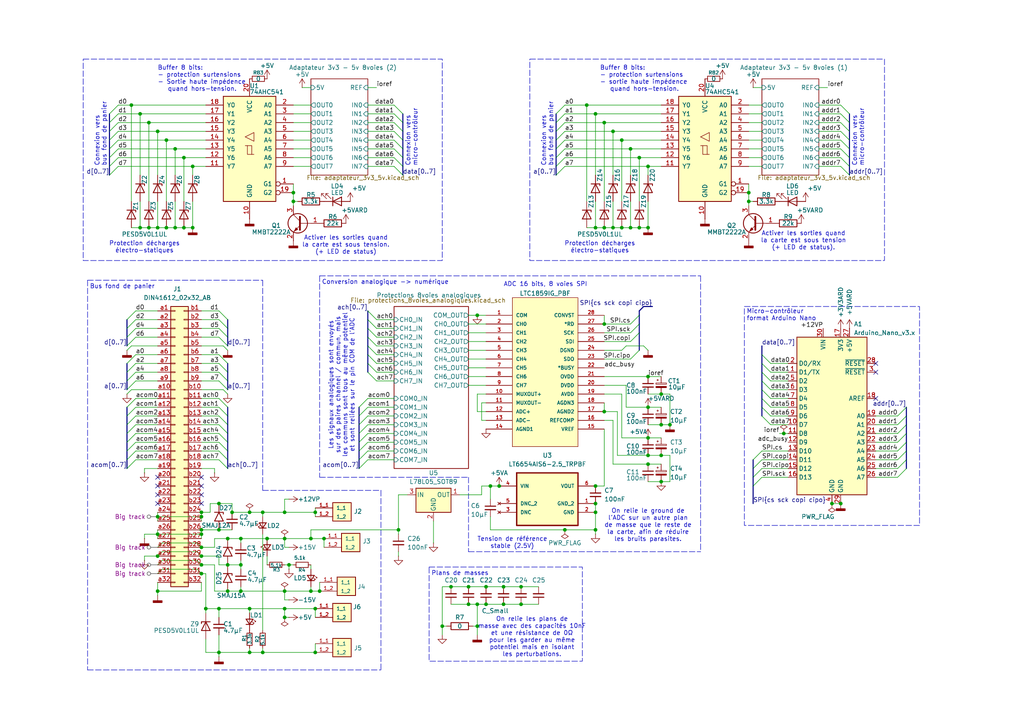
<source format=kicad_sch>
(kicad_sch (version 20250114) (generator "eeschema") (generator_version "9.0")
  (paper "A4")
  (rectangle (start 124.46 164.465) (end 168.91 191.77) (stroke (width 0) (type dash)))
  (rectangle (start 153.67 17.145) (end 256.54 75.565) (stroke (width 0) (type dash)))
  (rectangle (start 24.13 17.145) (end 128.27 75.565) (stroke (width 0) (type dash)))
  (rectangle (start 215.9 88.9) (end 266.7 152.4) (stroke (width 0) (type dash)))
  (text "Connexion vers\nmicro-contrôleur" (at 119.38 48.26 90) (effects (font (size 1.27 1.27)) (justify left)))
  (text "Conversion analogique -> numérique" (at 111.76 81.915 0) (effects (font (size 1.27 1.27))))
  (text "Bus fond de panier" (at 26.035 83.185 0) (effects (font (size 1.27 1.27)) (justify left)))
  (text "Buffer 8 bits:\n- protection surtensions\n- Sortie haute impédence\n   quand hors-tension." (at 45.72 22.86 0) (effects (font (size 1.27 1.27)) (justify left)))
  (text "Activer les sorties quand\nla carte est sous tension.\n(+ LED de status)" (at 100.33 71.12 0) (effects (font (size 1.27 1.27))))
  (text "ADC 16 bits, 8 voies SPI" (at 146.05 82.55 0) (effects (font (size 1.27 1.27)) (justify left)))
  (text "Protection décharges\nélectro-statiques" (at 173.99 71.755 0) (effects (font (size 1.27 1.27))))
  (text "Buffer 8 bits:\n- protection surtensions\n- sortie haute impédence\n   quand hors-tension." (at 173.99 22.86 0) (effects (font (size 1.27 1.27)) (justify left)))
  (text "Micro-contrôleur\nformat Arduino Nano" (at 216.535 91.44 0) (effects (font (size 1.27 1.27)) (justify left)))
  (text "Protection décharges\nélectro-statiques" (at 41.91 71.755 0) (effects (font (size 1.27 1.27))))
  (text "Activer les sorties quand\nla carte est sous tension\n(+ LED de status)." (at 233.045 69.85 0) (effects (font (size 1.27 1.27))))
  (text "On relie le ground de\nl’ADC sur un autre plan\nde masse que le reste de\nla carte, afin de réduire\nles bruits parasites." (at 187.96 152.4 0) (effects (font (size 1.27 1.27))))
  (text "Tension de référence\nstable (2.5V)" (at 148.59 157.48 0) (effects (font (size 1.27 1.27))))
  (text "Plans de masses" (at 125.095 166.37 0) (effects (font (size 1.27 1.27)) (justify left)))
  (text "On relie les plans de\nmasse avec des capacités 10nF\net une résistance de 0Ω\npour les garder au même\npotentiel mais en isolant\nles perturbations." (at 154.305 184.785 0) (effects (font (size 1.27 1.27))))
  (text "Connexion vers\nmicro-contrôleur" (at 248.92 48.26 90) (effects (font (size 1.27 1.27)) (justify left)))
  (text "Connexion vers\nbus fond de panier" (at 29.21 48.26 90) (effects (font (size 1.27 1.27)) (justify left)))
  (text "Connexion vers\nbus fond de panier" (at 158.75 48.26 90) (effects (font (size 1.27 1.27)) (justify left)))
  (text "Les signaux analogiques sont envoyés\nsur des paires channel / commun, mais\nles communs sont tous au même potentiel\net sont reliées sur le pin COM de l’ADC" (at 99.06 111.76 90) (effects (font (size 1.27 1.27))))
  (junction (at 128.27 181.61))
  (junction (at 241.3 146.05))
  (junction (at 69.85 163.83))
  (junction (at 67.31 148.59))
  (junction (at 77.47 156.21))
  (junction (at 48.26 66.04))
  (junction (at 146.05 170.18))
  (junction (at 172.72 153.67))
  (junction (at 63.5 176.53))
  (junction (at 185.42 45.72))
  (junction (at 243.84 146.05))
  (junction (at 82.55 171.45))
  (junction (at 146.05 175.26))
  (junction (at 93.98 156.21))
  (junction (at 91.44 189.23))
  (junction (at 172.72 66.04))
  (junction (at 85.09 58.42))
  (junction (at 66.04 163.83))
  (junction (at 175.26 66.04))
  (junction (at 180.34 40.64))
  (junction (at 180.34 66.04))
  (junction (at 191.77 123.19))
  (junction (at 151.13 175.26))
  (junction (at 48.26 40.64))
  (junction (at 82.55 156.21))
  (junction (at 177.8 38.1))
  (junction (at 58.42 158.75))
  (junction (at 72.39 148.59))
  (junction (at 69.85 156.21))
  (junction (at 40.64 66.04))
  (junction (at 187.96 118.11))
  (junction (at 191.77 114.3))
  (junction (at 138.43 91.44))
  (junction (at 172.72 140.97))
  (junction (at 90.17 171.45))
  (junction (at 63.5 189.23))
  (junction (at 53.34 45.72))
  (junction (at 227.33 125.73))
  (junction (at 135.89 175.26))
  (junction (at 63.5 153.67))
  (junction (at 58.42 161.29))
  (junction (at 187.96 134.62))
  (junction (at 175.26 119.38))
  (junction (at 92.71 171.45))
  (junction (at 58.42 154.94))
  (junction (at 135.89 170.18))
  (junction (at 185.42 66.04))
  (junction (at 144.78 140.97))
  (junction (at 58.42 148.59))
  (junction (at 170.18 30.48))
  (junction (at 72.39 189.23))
  (junction (at 45.72 161.29))
  (junction (at 76.2 189.23))
  (junction (at 45.72 149.86))
  (junction (at 138.43 181.61))
  (junction (at 140.97 175.26))
  (junction (at 130.81 170.18))
  (junction (at 90.17 156.21))
  (junction (at 82.55 176.53))
  (junction (at 187.96 127))
  (junction (at 50.8 43.18))
  (junction (at 59.69 176.53))
  (junction (at 43.18 66.04))
  (junction (at 187.96 48.26))
  (junction (at 175.26 35.56))
  (junction (at 53.34 66.04))
  (junction (at 177.8 66.04))
  (junction (at 138.43 175.26))
  (junction (at 194.31 123.19))
  (junction (at 45.72 66.04))
  (junction (at 175.26 93.98))
  (junction (at 151.13 170.18))
  (junction (at 69.85 171.45))
  (junction (at 187.96 132.08))
  (junction (at 191.77 139.7))
  (junction (at 172.72 146.05))
  (junction (at 76.2 148.59))
  (junction (at 38.1 30.48))
  (junction (at 63.5 146.05))
  (junction (at 163.83 153.67))
  (junction (at 82.55 148.59))
  (junction (at 58.42 149.86))
  (junction (at 91.44 148.59))
  (junction (at 45.72 154.94))
  (junction (at 187.96 109.22))
  (junction (at 187.96 66.04))
  (junction (at 40.64 33.02))
  (junction (at 55.88 66.04))
  (junction (at 91.44 176.53))
  (junction (at 45.72 38.1))
  (junction (at 140.97 170.18))
  (junction (at 66.04 156.21))
  (junction (at 142.24 140.97))
  (junction (at 43.18 35.56))
  (junction (at 217.17 58.42))
  (junction (at 58.42 153.67))
  (junction (at 85.09 55.88))
  (junction (at 58.42 163.83))
  (junction (at 182.88 43.18))
  (junction (at 191.77 132.08))
  (junction (at 217.17 55.88))
  (junction (at 45.72 171.45))
  (junction (at 72.39 176.53))
  (junction (at 172.72 33.02))
  (junction (at 66.04 171.45))
  (junction (at 182.88 66.04))
  (junction (at 50.8 66.04))
  (junction (at 172.72 148.59))
  (junction (at 82.55 179.07))
  (junction (at 115.57 153.67))
  (junction (at 58.42 166.37))
  (junction (at 83.82 163.83))
  (junction (at 55.88 48.26))
  (no_connect (at 45.72 143.51))
  (no_connect (at 58.42 138.43))
  (no_connect (at 254 115.57))
  (no_connect (at 58.42 143.51))
  (no_connect (at 254 105.41))
  (no_connect (at 58.42 140.97))
  (no_connect (at 45.72 146.05))
  (no_connect (at 45.72 138.43))
  (no_connect (at 58.42 146.05))
  (no_connect (at 45.72 140.97))
  (no_connect (at 254 107.95))
  (bus_entry (at 106.68 133.35) (size -2.54 2.54))
  (bus_entry (at 220.98 113.03) (size 2.54 2.54))
  (bus_entry (at 246.38 48.26) (size -2.54 -2.54))
  (bus_entry (at 220.98 120.65) (size 2.54 2.54))
  (bus_entry (at 63.5 118.11) (size 2.54 2.54))
  (bus_entry (at 63.5 120.65) (size 2.54 2.54))
  (bus_entry (at 66.04 92.71) (size -2.54 -2.54))
  (bus_entry (at 106.68 118.11) (size -2.54 2.54))
  (bus_entry (at 116.84 40.64) (size -2.54 -2.54))
  (bus_entry (at 182.88 104.14) (size 2.54 -2.54))
  (bus_entry (at 220.98 118.11) (size 2.54 2.54))
  (bus_entry (at 220.98 110.49) (size 2.54 2.54))
  (bus_entry (at 36.83 113.03) (size 2.54 -2.54))
  (bus_entry (at 106.68 120.65) (size -2.54 2.54))
  (bus_entry (at 109.22 105.41) (size -2.54 -2.54))
  (bus_entry (at 31.75 33.02) (size 2.54 -2.54))
  (bus_entry (at 218.44 135.89) (size 2.54 -2.54))
  (bus_entry (at 36.83 105.41) (size 2.54 -2.54))
  (bus_entry (at 39.37 130.81) (size -2.54 2.54))
  (bus_entry (at 66.04 95.25) (size -2.54 -2.54))
  (bus_entry (at 260.35 120.65) (size 2.54 -2.54))
  (bus_entry (at 260.35 123.19) (size 2.54 -2.54))
  (bus_entry (at 182.88 93.98) (size 2.54 -2.54))
  (bus_entry (at 182.88 96.52) (size 2.54 -2.54))
  (bus_entry (at 161.29 40.64) (size 2.54 -2.54))
  (bus_entry (at 63.5 125.73) (size 2.54 2.54))
  (bus_entry (at 39.37 125.73) (size -2.54 2.54))
  (bus_entry (at 116.84 43.18) (size -2.54 -2.54))
  (bus_entry (at 66.04 100.33) (size -2.54 -2.54))
  (bus_entry (at 63.5 123.19) (size 2.54 2.54))
  (bus_entry (at 116.84 45.72) (size -2.54 -2.54))
  (bus_entry (at 39.37 128.27) (size -2.54 2.54))
  (bus_entry (at 66.04 97.79) (size -2.54 -2.54))
  (bus_entry (at 161.29 45.72) (size 2.54 -2.54))
  (bus_entry (at 106.68 123.19) (size -2.54 2.54))
  (bus_entry (at 109.22 107.95) (size -2.54 -2.54))
  (bus_entry (at 63.5 130.81) (size 2.54 2.54))
  (bus_entry (at 109.22 102.87) (size -2.54 -2.54))
  (bus_entry (at 220.98 115.57) (size 2.54 2.54))
  (bus_entry (at 66.04 107.95) (size -2.54 -2.54))
  (bus_entry (at 66.04 105.41) (size -2.54 -2.54))
  (bus_entry (at 31.75 50.8) (size 2.54 -2.54))
  (bus_entry (at 220.98 102.87) (size 2.54 2.54))
  (bus_entry (at 220.98 105.41) (size 2.54 2.54))
  (bus_entry (at 218.44 133.35) (size 2.54 -2.54))
  (bus_entry (at 39.37 123.19) (size -2.54 2.54))
  (bus_entry (at 109.22 97.79) (size -2.54 -2.54))
  (bus_entry (at 66.04 110.49) (size -2.54 -2.54))
  (bus_entry (at 36.83 97.79) (size 2.54 -2.54))
  (bus_entry (at 246.38 35.56) (size -2.54 -2.54))
  (bus_entry (at 116.84 38.1) (size -2.54 -2.54))
  (bus_entry (at 106.68 125.73) (size -2.54 2.54))
  (bus_entry (at 161.29 50.8) (size 2.54 -2.54))
  (bus_entry (at 246.38 50.8) (size -2.54 -2.54))
  (bus_entry (at 63.5 128.27) (size 2.54 2.54))
  (bus_entry (at 31.75 45.72) (size 2.54 -2.54))
  (bus_entry (at 260.35 135.89) (size 2.54 -2.54))
  (bus_entry (at 116.84 50.8) (size -2.54 -2.54))
  (bus_entry (at 260.35 128.27) (size 2.54 -2.54))
  (bus_entry (at 116.84 48.26) (size -2.54 -2.54))
  (bus_entry (at 106.68 115.57) (size -2.54 2.54))
  (bus_entry (at 218.44 138.43) (size 2.54 -2.54))
  (bus_entry (at 39.37 120.65) (size -2.54 2.54))
  (bus_entry (at 260.35 138.43) (size 2.54 -2.54))
  (bus_entry (at 66.04 113.03) (size -2.54 -2.54))
  (bus_entry (at 39.37 118.11) (size -2.54 2.54))
  (bus_entry (at 36.83 100.33) (size 2.54 -2.54))
  (bus_entry (at 106.68 128.27) (size -2.54 2.54))
  (bus_entry (at 63.5 115.57) (size 2.54 2.54))
  (bus_entry (at 161.29 43.18) (size 2.54 -2.54))
  (bus_entry (at 31.75 35.56) (size 2.54 -2.54))
  (bus_entry (at 260.35 130.81) (size 2.54 -2.54))
  (bus_entry (at 220.98 107.95) (size 2.54 2.54))
  (bus_entry (at 246.38 45.72) (size -2.54 -2.54))
  (bus_entry (at 116.84 35.56) (size -2.54 -2.54))
  (bus_entry (at 218.44 140.97) (size 2.54 -2.54))
  (bus_entry (at 109.22 92.71) (size -2.54 -2.54))
  (bus_entry (at 161.29 33.02) (size 2.54 -2.54))
  (bus_entry (at 260.35 133.35) (size 2.54 -2.54))
  (bus_entry (at 31.75 40.64) (size 2.54 -2.54))
  (bus_entry (at 36.83 92.71) (size 2.54 -2.54))
  (bus_entry (at 31.75 38.1) (size 2.54 -2.54))
  (bus_entry (at 161.29 48.26) (size 2.54 -2.54))
  (bus_entry (at 39.37 115.57) (size -2.54 2.54))
  (bus_entry (at 109.22 110.49) (size -2.54 -2.54))
  (bus_entry (at 36.83 107.95) (size 2.54 -2.54))
  (bus_entry (at 182.88 99.06) (size 2.54 -2.54))
  (bus_entry (at 106.68 130.81) (size -2.54 2.54))
  (bus_entry (at 31.75 43.18) (size 2.54 -2.54))
  (bus_entry (at 109.22 95.25) (size -2.54 -2.54))
  (bus_entry (at 36.83 95.25) (size 2.54 -2.54))
  (bus_entry (at 63.5 133.35) (size 2.54 2.54))
  (bus_entry (at 116.84 33.02) (size -2.54 -2.54))
  (bus_entry (at 161.29 35.56) (size 2.54 -2.54))
  (bus_entry (at 246.38 40.64) (size -2.54 -2.54))
  (bus_entry (at 161.29 38.1) (size 2.54 -2.54))
  (bus_entry (at 246.38 38.1) (size -2.54 -2.54))
  (bus_entry (at 246.38 43.18) (size -2.54 -2.54))
  (bus_entry (at 260.35 125.73) (size 2.54 -2.54))
  (bus_entry (at 246.38 33.02) (size -2.54 -2.54))
  (bus_entry (at 109.22 100.33) (size -2.54 -2.54))
  (bus_entry (at 39.37 133.35) (size -2.54 2.54))
  (bus_entry (at 36.83 110.49) (size 2.54 -2.54))
  (bus_entry (at 31.75 48.26) (size 2.54 -2.54))
  (polyline (pts (xy 203.2 80.01) (xy 203.2 160.02)) (stroke (width 0) (type dash)))
  (bus (pts (xy 104.14 130.81) (xy 104.14 128.27)))
  (wire (pts (xy 163.83 153.67) (xy 172.72 153.67)))
  (wire (pts (xy 58.42 107.95) (xy 63.5 107.95)))
  (wire (pts (xy 142.24 140.97) (xy 144.78 140.97)))
  (wire (pts (xy 180.34 101.6) (xy 181.61 100.33)))
  (wire (pts (xy 226.06 125.73) (xy 227.33 125.73)))
  (wire (pts (xy 138.43 181.61) (xy 138.43 184.15)))
  (wire (pts (xy 172.72 148.59) (xy 172.72 153.67)))
  (wire (pts (xy 76.2 149.86) (xy 76.2 148.59)))
  (wire (pts (xy 223.52 120.65) (xy 228.6 120.65)))
  (wire (pts (xy 133.35 143.51) (xy 139.7 143.51)))
  (wire (pts (xy 59.69 176.53) (xy 59.69 177.8)))
  (wire (pts (xy 55.88 58.42) (xy 55.88 66.04)))
  (bus (pts (xy 246.38 33.02) (xy 246.38 35.56)))
  (bus (pts (xy 106.68 102.87) (xy 106.68 100.33)))
  (wire (pts (xy 58.42 153.67) (xy 63.5 153.67)))
  (wire (pts (xy 34.29 30.48) (xy 38.1 30.48)))
  (wire (pts (xy 163.83 35.56) (xy 175.26 35.56)))
  (wire (pts (xy 115.57 160.02) (xy 115.57 161.29)))
  (polyline (pts (xy 92.71 138.43) (xy 135.89 138.43)) (stroke (width 0) (type dash)))
  (wire (pts (xy 63.5 163.83) (xy 66.04 163.83)))
  (wire (pts (xy 39.37 125.73) (xy 45.72 125.73)))
  (wire (pts (xy 59.69 176.53) (xy 63.5 176.53)))
  (wire (pts (xy 58.42 95.25) (xy 63.5 95.25)))
  (wire (pts (xy 82.55 179.07) (xy 82.55 176.53)))
  (wire (pts (xy 40.64 58.42) (xy 40.64 66.04)))
  (wire (pts (xy 58.42 149.86) (xy 58.42 151.13)))
  (wire (pts (xy 66.04 101.6) (xy 64.77 100.33)))
  (wire (pts (xy 138.43 114.3) (xy 138.43 119.38)))
  (bus (pts (xy 218.44 138.43) (xy 218.44 140.97)))
  (bus (pts (xy 66.04 107.95) (xy 66.04 105.41)))
  (wire (pts (xy 135.89 109.22) (xy 140.97 109.22)))
  (wire (pts (xy 139.7 140.97) (xy 142.24 140.97)))
  (bus (pts (xy 262.89 125.73) (xy 262.89 128.27)))
  (wire (pts (xy 82.55 156.21) (xy 90.17 156.21)))
  (wire (pts (xy 46.99 165.1) (xy 57.15 165.1)))
  (wire (pts (xy 172.72 58.42) (xy 172.72 66.04)))
  (wire (pts (xy 220.98 130.81) (xy 228.6 130.81)))
  (wire (pts (xy 114.3 120.65) (xy 106.68 120.65)))
  (bus (pts (xy 31.75 48.26) (xy 31.75 45.72)))
  (bus (pts (xy 106.68 97.79) (xy 106.68 95.25)))
  (wire (pts (xy 40.64 33.02) (xy 40.64 50.8)))
  (wire (pts (xy 66.04 156.21) (xy 69.85 156.21)))
  (wire (pts (xy 38.1 30.48) (xy 38.1 58.42)))
  (bus (pts (xy 161.29 43.18) (xy 161.29 40.64)))
  (wire (pts (xy 34.29 35.56) (xy 43.18 35.56)))
  (bus (pts (xy 186.69 88.9) (xy 185.42 90.17)))
  (wire (pts (xy 58.42 154.94) (xy 58.42 156.21)))
  (wire (pts (xy 43.18 35.56) (xy 43.18 58.42)))
  (wire (pts (xy 128.27 170.18) (xy 128.27 181.61)))
  (wire (pts (xy 175.26 116.84) (xy 175.26 119.38)))
  (wire (pts (xy 58.42 123.19) (xy 63.5 123.19)))
  (wire (pts (xy 43.18 35.56) (xy 59.69 35.56)))
  (wire (pts (xy 187.96 48.26) (xy 191.77 48.26)))
  (wire (pts (xy 217.17 58.42) (xy 217.17 59.69)))
  (bus (pts (xy 36.83 128.27) (xy 36.83 130.81)))
  (wire (pts (xy 175.26 114.3) (xy 180.34 114.3)))
  (wire (pts (xy 187.96 127) (xy 191.77 127)))
  (wire (pts (xy 58.42 130.81) (xy 63.5 130.81)))
  (wire (pts (xy 163.83 48.26) (xy 187.96 48.26)))
  (wire (pts (xy 58.42 168.91) (xy 58.42 171.45)))
  (polyline (pts (xy 135.89 160.02) (xy 203.2 160.02)) (stroke (width 0) (type dash)))
  (wire (pts (xy 39.37 92.71) (xy 45.72 92.71)))
  (wire (pts (xy 69.85 171.45) (xy 82.55 171.45)))
  (wire (pts (xy 194.31 114.3) (xy 194.31 123.19)))
  (bus (pts (xy 116.84 40.64) (xy 116.84 43.18)))
  (bus (pts (xy 104.14 123.19) (xy 104.14 120.65)))
  (wire (pts (xy 58.42 100.33) (xy 64.77 100.33)))
  (wire (pts (xy 58.42 128.27) (xy 63.5 128.27)))
  (bus (pts (xy 66.04 100.33) (xy 66.04 97.79)))
  (wire (pts (xy 34.29 33.02) (xy 40.64 33.02)))
  (wire (pts (xy 175.26 66.04) (xy 177.8 66.04)))
  (wire (pts (xy 55.88 48.26) (xy 59.69 48.26)))
  (wire (pts (xy 182.88 43.18) (xy 182.88 50.8)))
  (wire (pts (xy 83.82 173.99) (xy 82.55 173.99)))
  (wire (pts (xy 191.77 123.19) (xy 194.31 123.19)))
  (bus (pts (xy 262.89 123.19) (xy 262.89 125.73)))
  (bus (pts (xy 220.98 100.33) (xy 220.98 102.87)))
  (wire (pts (xy 237.49 35.56) (xy 243.84 35.56)))
  (wire (pts (xy 90.17 156.21) (xy 93.98 156.21)))
  (wire (pts (xy 58.42 113.03) (xy 64.77 113.03)))
  (wire (pts (xy 114.3 130.81) (xy 106.68 130.81)))
  (wire (pts (xy 62.23 156.21) (xy 62.23 158.75)))
  (wire (pts (xy 223.52 113.03) (xy 228.6 113.03)))
  (wire (pts (xy 223.52 123.19) (xy 228.6 123.19)))
  (wire (pts (xy 172.72 154.94) (xy 172.72 153.67)))
  (wire (pts (xy 48.26 40.64) (xy 48.26 58.42)))
  (wire (pts (xy 254 135.89) (xy 260.35 135.89)))
  (wire (pts (xy 135.89 93.98) (xy 140.97 93.98)))
  (wire (pts (xy 45.72 171.45) (xy 58.42 171.45)))
  (wire (pts (xy 82.55 156.21) (xy 82.55 158.75)))
  (wire (pts (xy 106.68 30.48) (xy 114.3 30.48)))
  (wire (pts (xy 138.43 91.44) (xy 140.97 91.44)))
  (wire (pts (xy 109.22 97.79) (xy 114.3 97.79)))
  (bus (pts (xy 218.44 140.97) (xy 218.44 146.05)))
  (wire (pts (xy 58.42 153.67) (xy 58.42 154.94)))
  (wire (pts (xy 39.37 130.81) (xy 45.72 130.81)))
  (wire (pts (xy 50.8 58.42) (xy 50.8 66.04)))
  (wire (pts (xy 179.07 132.08) (xy 187.96 132.08)))
  (bus (pts (xy 246.38 35.56) (xy 246.38 38.1)))
  (bus (pts (xy 262.89 133.35) (xy 262.89 135.89)))
  (bus (pts (xy 104.14 133.35) (xy 104.14 130.81)))
  (wire (pts (xy 180.34 40.64) (xy 180.34 58.42)))
  (bus (pts (xy 161.29 40.64) (xy 161.29 38.1)))
  (wire (pts (xy 66.04 171.45) (xy 69.85 171.45)))
  (wire (pts (xy 76.2 148.59) (xy 82.55 148.59)))
  (wire (pts (xy 55.88 48.26) (xy 55.88 50.8)))
  (wire (pts (xy 170.18 30.48) (xy 191.77 30.48)))
  (wire (pts (xy 109.22 105.41) (xy 114.3 105.41)))
  (wire (pts (xy 90.17 163.83) (xy 90.17 165.1)))
  (bus (pts (xy 36.83 97.79) (xy 36.83 95.25)))
  (wire (pts (xy 186.69 100.33) (xy 187.96 101.6)))
  (wire (pts (xy 177.8 66.04) (xy 180.34 66.04)))
  (wire (pts (xy 142.24 153.67) (xy 163.83 153.67)))
  (wire (pts (xy 172.72 146.05) (xy 172.72 148.59)))
  (wire (pts (xy 182.88 66.04) (xy 185.42 66.04)))
  (wire (pts (xy 45.72 38.1) (xy 59.69 38.1)))
  (wire (pts (xy 106.68 38.1) (xy 114.3 38.1)))
  (wire (pts (xy 63.5 189.23) (xy 63.5 190.5)))
  (wire (pts (xy 175.26 124.46) (xy 175.26 140.97)))
  (wire (pts (xy 38.1 30.48) (xy 59.69 30.48)))
  (wire (pts (xy 45.72 166.37) (xy 46.99 165.1)))
  (wire (pts (xy 142.24 140.97) (xy 142.24 144.78)))
  (wire (pts (xy 180.34 114.3) (xy 180.34 127)))
  (wire (pts (xy 175.26 91.44) (xy 175.26 93.98)))
  (wire (pts (xy 217.17 55.88) (xy 217.17 58.42)))
  (wire (pts (xy 92.71 168.91) (xy 92.71 171.45)))
  (wire (pts (xy 40.64 66.04) (xy 43.18 66.04)))
  (wire (pts (xy 39.37 105.41) (xy 45.72 105.41)))
  (bus (pts (xy 262.89 118.11) (xy 262.89 120.65)))
  (wire (pts (xy 41.91 135.89) (xy 45.72 135.89)))
  (wire (pts (xy 58.42 125.73) (xy 63.5 125.73)))
  (wire (pts (xy 177.8 134.62) (xy 187.96 134.62)))
  (bus (pts (xy 36.83 130.81) (xy 36.83 133.35)))
  (wire (pts (xy 59.69 189.23) (xy 59.69 185.42)))
  (wire (pts (xy 175.26 119.38) (xy 179.07 119.38)))
  (wire (pts (xy 187.96 114.3) (xy 191.77 114.3)))
  (wire (pts (xy 58.42 92.71) (xy 63.5 92.71)))
  (wire (pts (xy 125.73 151.13) (xy 125.73 157.48)))
  (wire (pts (xy 63.5 176.53) (xy 72.39 176.53)))
  (wire (pts (xy 90.17 153.67) (xy 90.17 156.21)))
  (wire (pts (xy 140.97 175.26) (xy 146.05 175.26)))
  (wire (pts (xy 114.3 125.73) (xy 106.68 125.73)))
  (wire (pts (xy 39.37 95.25) (xy 45.72 95.25)))
  (wire (pts (xy 118.11 143.51) (xy 115.57 143.51)))
  (bus (pts (xy 36.83 118.11) (xy 36.83 120.65)))
  (wire (pts (xy 218.44 25.4) (xy 220.98 25.4)))
  (wire (pts (xy 187.96 58.42) (xy 187.96 66.04)))
  (wire (pts (xy 91.44 176.53) (xy 91.44 179.07)))
  (wire (pts (xy 82.55 163.83) (xy 83.82 163.83)))
  (wire (pts (xy 58.42 148.59) (xy 58.42 149.86)))
  (wire (pts (xy 39.37 102.87) (xy 45.72 102.87)))
  (bus (pts (xy 220.98 113.03) (xy 220.98 110.49)))
  (wire (pts (xy 83.82 158.75) (xy 82.55 158.75)))
  (wire (pts (xy 72.39 148.59) (xy 76.2 148.59)))
  (wire (pts (xy 69.85 157.48) (xy 69.85 156.21)))
  (wire (pts (xy 58.42 118.11) (xy 63.5 118.11)))
  (bus (pts (xy 66.04 120.65) (xy 66.04 123.19)))
  (wire (pts (xy 163.83 45.72) (xy 185.42 45.72)))
  (bus (pts (xy 262.89 120.65) (xy 262.89 123.19)))
  (wire (pts (xy 53.34 66.04) (xy 55.88 66.04)))
  (wire (pts (xy 187.96 134.62) (xy 191.77 134.62)))
  (bus (pts (xy 185.42 90.17) (xy 185.42 91.44)))
  (bus (pts (xy 116.84 43.18) (xy 116.84 45.72)))
  (wire (pts (xy 43.18 66.04) (xy 45.72 66.04)))
  (wire (pts (xy 41.91 154.94) (xy 45.72 154.94)))
  (bus (pts (xy 31.75 43.18) (xy 31.75 40.64)))
  (wire (pts (xy 151.13 175.26) (xy 156.21 175.26)))
  (wire (pts (xy 82.55 171.45) (xy 90.17 171.45)))
  (wire (pts (xy 106.68 43.18) (xy 114.3 43.18)))
  (wire (pts (xy 177.8 38.1) (xy 177.8 50.8)))
  (wire (pts (xy 115.57 153.67) (xy 90.17 153.67)))
  (wire (pts (xy 139.7 116.84) (xy 139.7 121.92)))
  (wire (pts (xy 237.49 25.4) (xy 240.03 25.4)))
  (wire (pts (xy 85.09 40.64) (xy 90.17 40.64)))
  (bus (pts (xy 246.38 48.26) (xy 246.38 50.8)))
  (wire (pts (xy 58.42 105.41) (xy 63.5 105.41)))
  (wire (pts (xy 130.81 175.26) (xy 135.89 175.26)))
  (wire (pts (xy 57.15 160.02) (xy 58.42 161.29)))
  (wire (pts (xy 182.88 43.18) (xy 191.77 43.18)))
  (wire (pts (xy 175.26 35.56) (xy 191.77 35.56)))
  (wire (pts (xy 106.68 45.72) (xy 114.3 45.72)))
  (bus (pts (xy 218.44 135.89) (xy 218.44 133.35)))
  (wire (pts (xy 85.09 45.72) (xy 90.17 45.72)))
  (wire (pts (xy 237.49 43.18) (xy 243.84 43.18)))
  (wire (pts (xy 114.3 133.35) (xy 106.68 133.35)))
  (wire (pts (xy 93.98 156.21) (xy 93.98 158.75)))
  (bus (pts (xy 36.83 120.65) (xy 36.83 123.19)))
  (wire (pts (xy 41.91 156.21) (xy 41.91 154.94)))
  (bus (pts (xy 116.84 48.26) (xy 116.84 50.8)))
  (wire (pts (xy 82.55 171.45) (xy 82.55 173.99)))
  (wire (pts (xy 82.55 144.78) (xy 82.55 148.59)))
  (wire (pts (xy 39.37 107.95) (xy 45.72 107.95)))
  (wire (pts (xy 69.85 165.1) (xy 69.85 163.83)))
  (wire (pts (xy 114.3 123.19) (xy 106.68 123.19)))
  (bus (pts (xy 31.75 35.56) (xy 31.75 33.02)))
  (wire (pts (xy 38.1 100.33) (xy 45.72 100.33)))
  (wire (pts (xy 62.23 156.21) (xy 66.04 156.21)))
  (polyline (pts (xy 92.71 80.01) (xy 92.71 138.43)) (stroke (width 0) (type dash)))
  (wire (pts (xy 48.26 40.64) (xy 59.69 40.64)))
  (wire (pts (xy 139.7 143.51) (xy 139.7 140.97)))
  (wire (pts (xy 58.42 102.87) (xy 63.5 102.87)))
  (bus (pts (xy 262.89 128.27) (xy 262.89 130.81)))
  (wire (pts (xy 138.43 181.61) (xy 137.16 181.61)))
  (wire (pts (xy 72.39 176.53) (xy 82.55 176.53)))
  (wire (pts (xy 217.17 33.02) (xy 220.98 33.02)))
  (wire (pts (xy 130.81 170.18) (xy 135.89 170.18)))
  (wire (pts (xy 237.49 33.02) (xy 243.84 33.02)))
  (bus (pts (xy 220.98 110.49) (xy 220.98 107.95)))
  (wire (pts (xy 85.09 43.18) (xy 90.17 43.18)))
  (bus (pts (xy 161.29 35.56) (xy 161.29 33.02)))
  (wire (pts (xy 45.72 168.91) (xy 45.72 171.45)))
  (wire (pts (xy 135.89 96.52) (xy 140.97 96.52)))
  (wire (pts (xy 58.42 158.75) (xy 62.23 158.75)))
  (wire (pts (xy 67.31 148.59) (xy 72.39 148.59)))
  (wire (pts (xy 138.43 119.38) (xy 140.97 119.38)))
  (wire (pts (xy 114.3 118.11) (xy 106.68 118.11)))
  (wire (pts (xy 45.72 172.72) (xy 45.72 171.45)))
  (bus (pts (xy 36.83 107.95) (xy 36.83 110.49)))
  (bus (pts (xy 36.83 95.25) (xy 36.83 92.71)))
  (wire (pts (xy 39.37 123.19) (xy 45.72 123.19)))
  (wire (pts (xy 254 125.73) (xy 260.35 125.73)))
  (wire (pts (xy 85.09 30.48) (xy 90.17 30.48)))
  (wire (pts (xy 38.1 113.03) (xy 45.72 113.03)))
  (wire (pts (xy 39.37 118.11) (xy 45.72 118.11)))
  (wire (pts (xy 191.77 139.7) (xy 194.31 139.7)))
  (polyline (pts (xy 25.4 81.28) (xy 25.4 194.31)) (stroke (width 0) (type dash)))
  (wire (pts (xy 217.17 38.1) (xy 220.98 38.1)))
  (wire (pts (xy 48.26 66.04) (xy 50.8 66.04)))
  (wire (pts (xy 36.83 114.3) (xy 38.1 113.03)))
  (wire (pts (xy 45.72 148.59) (xy 45.72 149.86)))
  (wire (pts (xy 140.97 116.84) (xy 139.7 116.84)))
  (polyline (pts (xy 92.71 80.01) (xy 203.2 80.01)) (stroke (width 0) (type dash)))
  (wire (pts (xy 254 120.65) (xy 260.35 120.65)))
  (wire (pts (xy 163.83 30.48) (xy 170.18 30.48)))
  (wire (pts (xy 114.3 115.57) (xy 106.68 115.57)))
  (bus (pts (xy 66.04 110.49) (xy 66.04 107.95)))
  (wire (pts (xy 186.69 100.33) (xy 181.61 100.33)))
  (wire (pts (xy 34.29 48.26) (xy 55.88 48.26)))
  (wire (pts (xy 63.5 146.05) (xy 67.31 146.05)))
  (wire (pts (xy 76.2 189.23) (xy 76.2 187.96)))
  (wire (pts (xy 63.5 189.23) (xy 72.39 189.23)))
  (bus (pts (xy 66.04 95.25) (xy 66.04 92.71)))
  (wire (pts (xy 191.77 132.08) (xy 194.31 132.08)))
  (wire (pts (xy 45.72 149.86) (xy 45.72 151.13)))
  (wire (pts (xy 106.68 33.02) (xy 114.3 33.02)))
  (bus (pts (xy 106.68 105.41) (xy 106.68 102.87)))
  (wire (pts (xy 58.42 163.83) (xy 57.15 162.56)))
  (wire (pts (xy 109.22 102.87) (xy 114.3 102.87)))
  (wire (pts (xy 135.89 101.6) (xy 140.97 101.6)))
  (bus (pts (xy 246.38 45.72) (xy 246.38 48.26)))
  (wire (pts (xy 57.15 157.48) (xy 58.42 158.75)))
  (bus (pts (xy 104.14 128.27) (xy 104.14 125.73)))
  (wire (pts (xy 109.22 100.33) (xy 114.3 100.33)))
  (wire (pts (xy 109.22 95.25) (xy 114.3 95.25)))
  (wire (pts (xy 83.82 163.83) (xy 83.82 165.1)))
  (bus (pts (xy 104.14 135.89) (xy 104.14 133.35)))
  (wire (pts (xy 91.44 148.59) (xy 91.44 149.86)))
  (wire (pts (xy 237.49 45.72) (xy 243.84 45.72)))
  (wire (pts (xy 72.39 189.23) (xy 76.2 189.23)))
  (wire (pts (xy 45.72 153.67) (xy 45.72 154.94)))
  (wire (pts (xy 50.8 66.04) (xy 53.34 66.04)))
  (wire (pts (xy 72.39 187.96) (xy 72.39 189.23)))
  (bus (pts (xy 66.04 113.03) (xy 66.04 110.49)))
  (wire (pts (xy 217.17 48.26) (xy 220.98 48.26)))
  (bus (pts (xy 66.04 97.79) (xy 66.04 95.25)))
  (wire (pts (xy 140.97 114.3) (xy 138.43 114.3)))
  (wire (pts (xy 220.98 138.43) (xy 228.6 138.43)))
  (wire (pts (xy 254 138.43) (xy 260.35 138.43)))
  (wire (pts (xy 85.09 58.42) (xy 85.09 59.69)))
  (wire (pts (xy 66.04 114.3) (xy 64.77 113.03)))
  (wire (pts (xy 45.72 154.94) (xy 45.72 156.21)))
  (wire (pts (xy 58.42 120.65) (xy 63.5 120.65)))
  (wire (pts (xy 90.17 170.18) (xy 90.17 171.45)))
  (wire (pts (xy 241.3 146.05) (xy 243.84 146.05)))
  (wire (pts (xy 66.04 163.83) (xy 69.85 163.83)))
  (wire (pts (xy 58.42 115.57) (xy 63.5 115.57)))
  (wire (pts (xy 63.5 176.53) (xy 63.5 179.07)))
  (bus (pts (xy 161.29 48.26) (xy 161.29 45.72)))
  (wire (pts (xy 45.72 66.04) (xy 48.26 66.04)))
  (wire (pts (xy 187.96 48.26) (xy 187.96 50.8)))
  (bus (pts (xy 66.04 133.35) (xy 66.04 135.89)))
  (bus (pts (xy 246.38 40.64) (xy 246.38 43.18)))
  (wire (pts (xy 76.2 154.94) (xy 76.2 182.88)))
  (bus (pts (xy 116.84 35.56) (xy 116.84 38.1)))
  (bus (pts (xy 31.75 40.64) (xy 31.75 38.1)))
  (wire (pts (xy 135.89 99.06) (xy 140.97 99.06)))
  (wire (pts (xy 217.17 35.56) (xy 220.98 35.56)))
  (wire (pts (xy 175.26 140.97) (xy 172.72 140.97)))
  (wire (pts (xy 177.8 58.42) (xy 177.8 66.04)))
  (wire (pts (xy 146.05 170.18) (xy 151.13 170.18)))
  (wire (pts (xy 83.82 144.78) (xy 82.55 144.78)))
  (polyline (pts (xy 135.89 138.43) (xy 135.89 160.02)) (stroke (width 0) (type dash)))
  (bus (pts (xy 31.75 50.8) (xy 31.75 48.26)))
  (bus (pts (xy 31.75 38.1) (xy 31.75 35.56)))
  (bus (pts (xy 220.98 118.11) (xy 220.98 115.57)))
  (wire (pts (xy 163.83 40.64) (xy 180.34 40.64)))
  (bus (pts (xy 218.44 135.89) (xy 218.44 138.43)))
  (wire (pts (xy 217.17 40.64) (xy 220.98 40.64)))
  (wire (pts (xy 146.05 175.26) (xy 151.13 175.26)))
  (bus (pts (xy 262.89 130.81) (xy 262.89 133.35)))
  (wire (pts (xy 53.34 45.72) (xy 53.34 58.42)))
  (wire (pts (xy 59.69 189.23) (xy 63.5 189.23)))
  (wire (pts (xy 106.68 25.4) (xy 109.22 25.4)))
  (wire (pts (xy 40.64 33.02) (xy 59.69 33.02)))
  (bus (pts (xy 36.83 123.19) (xy 36.83 125.73)))
  (wire (pts (xy 237.49 48.26) (xy 243.84 48.26)))
  (wire (pts (xy 46.99 162.56) (xy 45.72 163.83)))
  (bus (pts (xy 161.29 45.72) (xy 161.29 43.18)))
  (wire (pts (xy 138.43 175.26) (xy 138.43 181.61)))
  (wire (pts (xy 187.96 139.7) (xy 191.77 139.7)))
  (wire (pts (xy 187.96 123.19) (xy 191.77 123.19)))
  (wire (pts (xy 69.85 170.18) (xy 69.85 171.45)))
  (bus (pts (xy 36.83 113.03) (xy 36.83 110.49)))
  (wire (pts (xy 106.68 35.56) (xy 114.3 35.56)))
  (wire (pts (xy 45.72 158.75) (xy 46.99 157.48)))
  (wire (pts (xy 115.57 143.51) (xy 115.57 153.67)))
  (wire (pts (xy 179.07 119.38) (xy 179.07 132.08)))
  (wire (pts (xy 34.29 45.72) (xy 53.34 45.72)))
  (bus (pts (xy 31.75 45.72) (xy 31.75 43.18)))
  (bus (pts (xy 220.98 102.87) (xy 220.98 105.41)))
  (wire (pts (xy 175.26 121.92) (xy 177.8 121.92)))
  (polyline (pts (xy 110.49 142.24) (xy 110.49 194.31)) (stroke (width 0) (type dash)))
  (wire (pts (xy 177.8 38.1) (xy 191.77 38.1)))
  (bus (pts (xy 106.68 107.95) (xy 106.68 105.41)))
  (bus (pts (xy 246.38 43.18) (xy 246.38 45.72)))
  (wire (pts (xy 187.96 132.08) (xy 191.77 132.08)))
  (bus (pts (xy 104.14 120.65) (xy 104.14 118.11)))
  (wire (pts (xy 181.61 111.76) (xy 181.61 118.11)))
  (bus (pts (xy 161.29 50.8) (xy 161.29 48.26)))
  (wire (pts (xy 50.8 43.18) (xy 50.8 50.8)))
  (wire (pts (xy 58.42 90.17) (xy 63.5 90.17)))
  (wire (pts (xy 58.42 97.79) (xy 63.5 97.79)))
  (wire (pts (xy 69.85 156.21) (xy 77.47 156.21)))
  (bus (pts (xy 66.04 130.81) (xy 66.04 133.35)))
  (wire (pts (xy 109.22 107.95) (xy 114.3 107.95)))
  (wire (pts (xy 135.89 104.14) (xy 140.97 104.14)))
  (wire (pts (xy 180.34 127) (xy 187.96 127)))
  (bus (pts (xy 246.38 38.1) (xy 246.38 40.64)))
  (wire (pts (xy 39.37 120.65) (xy 45.72 120.65)))
  (polyline (pts (xy 25.4 81.28) (xy 76.2 81.28)) (stroke (width 0) (type dash)))
  (wire (pts (xy 151.13 170.18) (xy 156.21 170.18)))
  (wire (pts (xy 115.57 153.67) (xy 115.57 154.94)))
  (wire (pts (xy 62.23 163.83) (xy 62.23 171.45)))
  (bus (pts (xy 185.42 91.44) (xy 185.42 93.98)))
  (wire (pts (xy 82.55 148.59) (xy 91.44 148.59)))
  (bus (pts (xy 106.68 95.25) (xy 106.68 92.71)))
  (wire (pts (xy 60.96 146.05) (xy 60.96 148.59)))
  (polyline (pts (xy 76.2 142.24) (xy 110.49 142.24)) (stroke (width 0) (type dash)))
  (wire (pts (xy 63.5 153.67) (xy 67.31 153.67)))
  (wire (pts (xy 62.23 171.45) (xy 66.04 171.45)))
  (wire (pts (xy 83.82 179.07) (xy 82.55 179.07)))
  (wire (pts (xy 163.83 43.18) (xy 182.88 43.18)))
  (wire (pts (xy 90.17 171.45) (xy 92.71 171.45)))
  (wire (pts (xy 41.91 161.29) (xy 41.91 162.56)))
  (wire (pts (xy 85.09 38.1) (xy 90.17 38.1)))
  (wire (pts (xy 87.63 25.4) (xy 90.17 25.4)))
  (wire (pts (xy 180.34 66.04) (xy 182.88 66.04)))
  (wire (pts (xy 128.27 181.61) (xy 128.27 184.15)))
  (wire (pts (xy 170.18 66.04) (xy 172.72 66.04)))
  (wire (pts (xy 140.97 170.18) (xy 146.05 170.18)))
  (wire (pts (xy 69.85 162.56) (xy 69.85 163.83)))
  (wire (pts (xy 163.83 38.1) (xy 177.8 38.1)))
  (bus (pts (xy 36.83 100.33) (xy 36.83 97.79)))
  (wire (pts (xy 34.29 40.64) (xy 48.26 40.64)))
  (wire (pts (xy 187.96 109.22) (xy 191.77 109.22)))
  (wire (pts (xy 85.09 35.56) (xy 90.17 35.56)))
  (wire (pts (xy 220.98 133.35) (xy 228.6 133.35)))
  (wire (pts (xy 91.44 147.32) (xy 91.44 148.59)))
  (wire (pts (xy 172.72 33.02) (xy 191.77 33.02)))
  (bus (pts (xy 185.42 93.98) (xy 185.42 96.52)))
  (wire (pts (xy 85.09 53.34) (xy 85.09 55.88)))
  (wire (pts (xy 46.99 160.02) (xy 57.15 160.02)))
  (wire (pts (xy 45.72 154.94) (xy 58.42 154.94)))
  (polyline (pts (xy 76.2 81.28) (xy 76.2 142.24)) (stroke (width 0) (type dash)))
  (bus (pts (xy 185.42 96.52) (xy 185.42 101.6)))
  (wire (pts (xy 217.17 45.72) (xy 220.98 45.72)))
  (wire (pts (xy 38.1 66.04) (xy 40.64 66.04)))
  (wire (pts (xy 223.52 107.95) (xy 228.6 107.95)))
  (bus (pts (xy 66.04 125.73) (xy 66.04 128.27)))
  (wire (pts (xy 175.26 99.06) (xy 182.88 99.06)))
  (wire (pts (xy 223.52 118.11) (xy 228.6 118.11)))
  (wire (pts (xy 172.72 66.04) (xy 175.26 66.04)))
  (wire (pts (xy 58.42 110.49) (xy 63.5 110.49)))
  (wire (pts (xy 139.7 121.92) (xy 140.97 121.92)))
  (wire (pts (xy 163.83 33.02) (xy 172.72 33.02)))
  (wire (pts (xy 109.22 92.71) (xy 114.3 92.71)))
  (wire (pts (xy 180.34 101.6) (xy 175.26 101.6)))
  (bus (pts (xy 66.04 118.11) (xy 66.04 120.65)))
  (wire (pts (xy 227.33 125.73) (xy 228.6 125.73)))
  (wire (pts (xy 218.44 58.42) (xy 217.17 58.42)))
  (wire (pts (xy 170.18 30.48) (xy 170.18 58.42)))
  (wire (pts (xy 142.24 149.86) (xy 142.24 153.67)))
  (wire (pts (xy 175.26 35.56) (xy 175.26 58.42)))
  (wire (pts (xy 185.42 45.72) (xy 185.42 58.42)))
  (wire (pts (xy 72.39 176.53) (xy 72.39 177.8)))
  (wire (pts (xy 175.26 104.14) (xy 182.88 104.14)))
  (bus (pts (xy 36.83 125.73) (xy 36.83 128.27)))
  (wire (pts (xy 76.2 189.23) (xy 91.44 189.23)))
  (wire (pts (xy 254 133.35) (xy 260.35 133.35)))
  (wire (pts (xy 86.36 58.42) (xy 85.09 58.42)))
  (wire (pts (xy 175.26 109.22) (xy 187.96 109.22)))
  (wire (pts (xy 135.89 170.18) (xy 140.97 170.18)))
  (wire (pts (xy 39.37 90.17) (xy 45.72 90.17)))
  (wire (pts (xy 77.47 156.21) (xy 82.55 156.21)))
  (bus (pts (xy 220.98 107.95) (xy 220.98 105.41)))
  (wire (pts (xy 45.72 58.42) (xy 45.72 66.04)))
  (wire (pts (xy 50.8 43.18) (xy 59.69 43.18)))
  (wire (pts (xy 83.82 163.83) (xy 85.09 163.83)))
  (wire (pts (xy 254 128.27) (xy 260.35 128.27)))
  (wire (pts (xy 34.29 43.18) (xy 50.8 43.18)))
  (wire (pts (xy 58.42 166.37) (xy 59.69 166.37)))
  (wire (pts (xy 39.37 115.57) (xy 45.72 115.57)))
  (wire (pts (xy 39.37 128.27) (xy 45.72 128.27)))
  (wire (pts (xy 39.37 110.49) (xy 45.72 110.49)))
  (wire (pts (xy 254 123.19) (xy 260.35 123.19)))
  (bus (pts (xy 116.84 45.72) (xy 116.84 48.26)))
  (wire (pts (xy 109.22 110.49) (xy 114.3 110.49)))
  (bus (pts (xy 116.84 38.1) (xy 116.84 40.64)))
  (wire (pts (xy 185.42 66.04) (xy 187.96 66.04)))
  (wire (pts (xy 39.37 97.79) (xy 45.72 97.79)))
  (wire (pts (xy 175.26 96.52) (xy 182.88 96.52)))
  (wire (pts (xy 58.42 148.59) (xy 60.96 148.59)))
  (bus (pts (xy 104.14 125.73) (xy 104.14 123.19)))
  (bus (pts (xy 220.98 115.57) (xy 220.98 113.03)))
  (wire (pts (xy 41.91 161.29) (xy 45.72 161.29)))
  (bus (pts (xy 116.84 33.02) (xy 116.84 35.56)))
  (wire (pts (xy 237.49 30.48) (xy 243.84 30.48)))
  (wire (pts (xy 128.27 170.18) (xy 130.81 170.18)))
  (wire (pts (xy 220.98 135.89) (xy 228.6 135.89)))
  (wire (pts (xy 60.96 146.05) (xy 63.5 146.05)))
  (wire (pts (xy 135.89 111.76) (xy 140.97 111.76)))
  (bus (pts (xy 106.68 100.33) (xy 106.68 97.79)))
  (wire (pts (xy 177.8 121.92) (xy 177.8 134.62)))
  (wire (pts (xy 135.89 175.26) (xy 138.43 175.26)))
  (wire (pts (xy 91.44 186.69) (xy 91.44 189.23)))
  (wire (pts (xy 217.17 53.34) (xy 217.17 55.88)))
  (bus (pts (xy 66.04 128.27) (xy 66.04 130.81)))
  (bus (pts (xy 161.29 38.1) (xy 161.29 35.56)))
  (polyline (pts (xy 25.4 194.31) (xy 110.49 194.31)) (stroke (width 0) (type dash)))
  (wire (pts (xy 85.09 48.26) (xy 90.17 48.26)))
  (wire (pts (xy 138.43 175.26) (xy 140.97 175.26)))
  (wire (pts (xy 106.68 48.26) (xy 114.3 48.26)))
  (wire (pts (xy 237.49 38.1) (xy 243.84 38.1)))
  (wire (pts (xy 58.42 135.89) (xy 62.23 135.89)))
  (bus (pts (xy 36.83 133.35) (xy 36.83 135.89)))
  (wire (pts (xy 39.37 133.35) (xy 45.72 133.35)))
  (wire (pts (xy 128.27 181.61) (xy 129.54 181.61)))
  (wire (pts (xy 191.77 114.3) (xy 194.31 114.3)))
  (bus (pts (xy 66.04 123.19) (xy 66.04 125.73)))
  (wire (pts (xy 254 130.81) (xy 260.35 130.81)))
  (wire (pts (xy 223.52 110.49) (xy 228.6 110.49)))
  (wire (pts (xy 82.55 176.53) (xy 91.44 176.53)))
  (wire (pts (xy 217.17 43.18) (xy 220.98 43.18)))
  (bus (pts (xy 220.98 120.65) (xy 220.98 118.11)))
  (wire (pts (xy 45.72 38.1) (xy 45.72 50.8)))
  (wire (pts (xy 194.31 132.08) (xy 194.31 139.7)))
  (wire (pts (xy 223.52 115.57) (xy 228.6 115.57)))
  (wire (pts (xy 63.5 163.83) (xy 63.5 161.29)))
  (wire (pts (xy 45.72 161.29) (xy 46.99 160.02)))
  (wire (pts (xy 175.26 93.98) (xy 182.88 93.98)))
  (wire (pts (xy 114.3 128.27) (xy 106.68 128.27)))
  (wire (pts (xy 187.96 118.11) (xy 191.77 118.11)))
  (wire (pts (xy 57.15 162.56) (xy 46.99 162.56)))
  (wire (pts (xy 58.42 163.83) (xy 62.23 163.83)))
  (wire (pts (xy 85.09 33.02) (xy 90.17 33.02)))
  (wire (pts (xy 175.26 111.76) (xy 181.61 111.76)))
  (bus (pts (xy 189.23 88.9) (xy 186.69 88.9)))
  (wire (pts (xy 36.83 101.6) (xy 38.1 100.33)))
  (wire (pts (xy 185.42 45.72) (xy 191.77 45.72)))
  (wire (pts (xy 217.17 30.48) (xy 220.98 30.48)))
  (wire (pts (xy 57.15 165.1) (xy 58.42 166.37)))
  (wire (pts (xy 58.42 133.35) (xy 63.5 133.35)))
  (wire (pts (xy 34.29 38.1) (xy 45.72 38.1)))
  (wire (pts (xy 181.61 118.11) (xy 187.96 118.11)))
  (wire (pts (xy 85.09 55.88) (xy 85.09 58.42)))
  (wire (pts (xy 59.69 166.37) (xy 59.69 176.53)))
  (wire (pts (xy 67.31 146.05) (xy 67.31 148.59)))
  (wire (pts (xy 41.91 137.16) (xy 41.91 135.89)))
  (bus (pts (xy 36.83 107.95) (xy 36.83 105.41)))
  (wire (pts (xy 172.72 33.02) (xy 172.72 50.8)))
  (wire (pts (xy 46.99 157.48) (xy 57.15 157.48)))
  (wire (pts (xy 62.23 137.16) (xy 62.23 135.89)))
  (wire (pts (xy 237.49 40.64) (xy 243.84 40.64)))
  (wire (pts (xy 223.52 105.41) (xy 228.6 105.41)))
  (wire (pts (xy 53.34 45.72) (xy 59.69 45.72)))
  (wire (pts (xy 106.68 40.64) (xy 114.3 40.64)))
  (wire (pts (xy 77.47 161.29) (xy 77.47 163.83)))
  (bus (pts (xy 106.68 92.71) (xy 106.68 90.17)))
  (wire (pts (xy 135.89 106.68) (xy 140.97 106.68)))
  (wire (pts (xy 45.72 149.86) (xy 58.42 149.86)))
  (wire (pts (xy 182.88 58.42) (xy 182.88 66.04)))
  (wire (pts (xy 63.5 184.15) (xy 63.5 189.23)))
  (wire (pts (xy 63.5 161.29) (xy 58.42 161.29)))
  (wire (pts (xy 135.89 91.44) (xy 138.43 91.44)))
  (wire (pts (xy 180.34 40.64) (xy 191.77 40.64)))
  (label "addr3" (at 243.84 38.1 180))
  (label "a2" (at 39.37 105.41 0))
  (label "acom0" (at 106.68 115.57 0))
  (label "addr1" (at 243.84 33.02 180))
  (label "SPI.cipo" (at 220.98 135.89 0))
  (label "d3" (at 63.5 92.71 180))
  (label "data5" (at 114.3 43.18 180))
  (label "addr[0..7]" (at 262.89 118.11 180))
  (label "SPI{cs sck copi cipo}" (at 218.44 146.05 0))
  (label "data6" (at 114.3 45.72 180))
  (label "addr0" (at 260.35 120.65 180))
  (label "d2" (at 34.29 35.56 0))
  (label "acom7" (at 39.37 133.35 0))
  (label "a3" (at 63.5 105.41 180))
  (label "ach1" (at 63.5 118.11 180))
  (label "data0" (at 223.52 105.41 0))
  (label "d[0..7]" (at 36.83 100.33 180))
  (label "acom6" (at 106.68 130.81 0))
  (label "acom2" (at 106.68 120.65 0))
  (label "a[0..7]" (at 66.04 113.03 0))
  (label "d5" (at 34.29 43.18 0))
  (label "d0" (at 34.29 30.48 0))
  (label "data4" (at 223.52 115.57 0))
  (label "data[0..7]" (at 220.98 100.33 0))
  (label "SPI.copi" (at 182.88 99.06 180))
  (label "addr4" (at 243.84 40.64 180))
  (label "ach6" (at 63.5 130.81 180))
  (label "SPI{cs sck copi cipo}" (at 189.23 88.9 180))
  (label "d[0..7]" (at 31.75 50.8 180))
  (label "ach[0..7]" (at 106.68 90.17 180))
  (label "addr3" (at 260.35 128.27 180))
  (label "ioref" (at 240.03 25.4 0))
  (label "ach4" (at 109.22 102.87 0))
  (label "data2" (at 114.3 35.56 180))
  (label "data5" (at 223.52 118.11 0))
  (label "acom0" (at 39.37 115.57 0))
  (label "data4" (at 114.3 40.64 180))
  (label "addr0" (at 243.84 30.48 180))
  (label "d4" (at 39.37 95.25 0))
  (label "addr7" (at 260.35 138.43 180))
  (label "SPI.cs" (at 220.98 130.81 0))
  (label "ioref" (at 187.96 109.22 0))
  (label "data3" (at 223.52 113.03 0))
  (label "a7" (at 63.5 110.49 180))
  (label "a7" (at 163.83 48.26 0))
  (label "d[0..7]" (at 66.04 100.33 0))
  (label "acom[0..7]" (at 36.83 135.89 180))
  (label "a0" (at 39.37 102.87 0))
  (label "a5" (at 163.83 43.18 0))
  (label "acom6" (at 39.37 130.81 0))
  (label "SPI.copi" (at 220.98 133.35 0))
  (label "ach1" (at 109.22 95.25 0))
  (label "d7" (at 63.5 97.79 180))
  (label "SPI.cipo" (at 182.88 104.14 180))
  (label "adc_busy" (at 175.26 106.68 0))
  (label "ach[0..7]" (at 66.04 135.89 0))
  (label "data7" (at 223.52 123.19 0))
  (label "a[0..7]" (at 36.83 113.03 180))
  (label "+12VP" (at 238.76 95.25 180))
  (label "ach0" (at 109.22 92.71 0))
  (label "data[0..7]" (at 116.84 50.8 0))
  (label "ach7" (at 63.5 133.35 180))
  (label "data0" (at 114.3 30.48 180))
  (label "acom3" (at 106.68 123.19 0))
  (label "ach7" (at 109.22 110.49 0))
  (label "ioref" (at 226.06 125.73 180))
  (label "ach4" (at 63.5 125.73 180))
  (label "a2" (at 163.83 35.56 0))
  (label "a1" (at 163.83 33.02 0))
  (label "a0" (at 163.83 30.48 0))
  (label "d2" (at 39.37 92.71 0))
  (label "a1" (at 63.5 102.87 180))
  (label "d3" (at 34.29 38.1 0))
  (label "acom5" (at 39.37 128.27 0))
  (label "d4" (at 34.29 40.64 0))
  (label "acom[0..7]" (at 104.14 135.89 180))
  (label "adc_busy" (at 228.6 128.27 180))
  (label "SPI.sck" (at 220.98 138.43 0))
  (label "addr7" (at 243.84 48.26 180))
  (label "ach6" (at 109.22 107.95 0))
  (label "d6" (at 34.29 45.72 0))
  (label "acom3" (at 39.37 123.19 0))
  (label "d5" (at 63.5 95.25 180))
  (label "ach3" (at 109.22 100.33 0))
  (label "d1" (at 34.29 33.02 0))
  (label "data1" (at 114.3 33.02 180))
  (label "a3" (at 163.83 38.1 0))
  (label "d7" (at 34.29 48.26 0))
  (label "ioref" (at 109.22 25.4 0))
  (label "a6" (at 39.37 110.49 0))
  (label "addr5" (at 260.35 133.35 180))
  (label "d1" (at 63.5 90.17 180))
  (label "acom2" (at 39.37 120.65 0))
  (label "d6" (at 39.37 97.79 0))
  (label "ach3" (at 63.5 123.19 180))
  (label "addr1" (at 260.35 123.19 180))
  (label "ach0" (at 63.5 115.57 180))
  (label "ach5" (at 63.5 128.27 180))
  (label "a5" (at 63.5 107.95 180))
  (label "d0" (at 39.37 90.17 0))
  (label "acom1" (at 106.68 118.11 0))
  (label "a4" (at 163.83 40.64 0))
  (label "a[0..7]" (at 161.29 50.8 180))
  (label "ach5" (at 109.22 105.41 0))
  (label "SPI.cs" (at 182.88 93.98 180))
  (label "addr4" (at 260.35 130.81 180))
  (label "data3" (at 114.3 38.1 180))
  (label "data2" (at 223.52 110.49 0))
  (label "data1" (at 223.52 107.95 0))
  (label "ach2" (at 109.22 97.79 0))
  (label "addr[0..7]" (at 246.38 50.8 0))
  (label "acom7" (at 106.68 133.35 0))
  (label "ach2" (at 63.5 120.65 180))
  (label "addr2" (at 243.84 35.56 180))
  (label "addr2" (at 260.35 125.73 180))
  (label "addr5" (at 243.84 43.18 180))
  (label "addr6" (at 260.35 135.89 180))
  (label "SPI.sck" (at 182.88 96.52 180))
  (label "acom1" (at 39.37 118.11 0))
  (label "addr6" (at 243.84 45.72 180))
  (label "a6" (at 163.83 45.72 0))
  (label "data6" (at 223.52 120.65 0))
  (label "acom4" (at 106.68 125.73 0))
  (label "a4" (at 39.37 107.95 0))
  (label "acom5" (at 106.68 128.27 0))
  (label "data7" (at 114.3 48.26 180))
  (label "acom4" (at 39.37 125.73 0))
  (netclass_flag "" (length 2.54) (shape round) (at 45.72 166.37 90) (property "Netclass" "Big track" (at 33.274 166.37 0) (effects (justify left))))
  (netclass_flag "" (length 2.54) (shape round) (at 45.72 163.83 90) (property "Netclass" "Big track" (at 33.274 163.83 0) (effects (justify left))))
  (netclass_flag "" (length 2.54) (shape round) (at 45.72 149.86 90) (property "Netclass" "Big track" (at 33.274 149.86 0) (effects (justify left))))
  (netclass_flag "" (length 2.54) (shape round) (at 45.72 158.75 90) (property "Netclass" "Big track" (at 33.274 158.75 0) (effects (justify left))))
  (symbol (lib_id "power:PWR_FLAG") (at 82.55 179.07 180) (unit 1)
    (property "Reference" "#FLG04" (effects (hide yes)))
    (property "Value" "PWR_FLAG" (effects (hide yes)))
    (property "Description" "Special symbol for telling ERC where power comes from" (effects (hide yes)))
  )
  (symbol (lib_id "power:+5V") (at 87.63 25.4 0) (unit 1)
    (property "Reference" "#PWR013" (effects (hide yes)))
    (property "Value" "+5V" (at 87.63 21.59 0))
    (property "Description" "Power symbol creates a global label with name \"+5V\"" (effects (hide yes)))
  )
  (symbol (lib_id "Device:C_Small") (at 146.05 172.72 180) (unit 1)
    (property "Reference" "C23" (at 144.145 168.275 0) (effects (justify right)))
    (property "Value" "C_Small" (effects (hide yes)))
    (property "Footprint" "Capacitor_SMD:C_0805_2012Metric" (effects (hide yes)))
    (property "Description" "Unpolarized capacitor, small symbol" (effects (hide yes)))
  )
  (symbol (lib_id "Diode:PESD5V0L1UL") (at 38.1 62.23 270) (unit 1)
    (property "Reference" "Z1" (at 39.37 59.69 0))
    (property "Value" "PESD5V0L1UL" (at 41.91 67.945 90))
    (property "Footprint" "Diode_SMD:D_SOD-882" (effects (hide yes)))
    (property "Datasheet" "https://assets.nexperia.com/documents/data-sheet/PESD5V0L1UL.pdf" (effects (hide yes)))
    (property "Description" "Low capacitance unidirectional ESD protection diode, 5V, SOD-882" (effects (hide yes)))
  )
  (symbol (lib_id "Device:C_Small") (at 172.72 143.51 0) (unit 1)
    (property "Reference" "C7" (at 175.26 142.2462 0) (effects (justify left)))
    (property "Value" "100nF" (at 175.26 144.7862 0) (effects (justify left)))
    (property "Footprint" "Capacitor_SMD:C_0805_2012Metric" (effects (hide yes)))
    (property "Description" "Unpolarized capacitor, small symbol" (effects (hide yes)))
  )
  (symbol (lib_id "Device:LED") (at 97.79 58.42 0) (mirror x) (unit 1)
    (property "Reference" "LD4" (at 97.79 53.975 0))
    (property "Value" "LED" (at 97.79 55.88 0))
    (property "Footprint" "LED_SMD:LED_0805_2012Metric" (effects (hide yes)))
    (property "Description" "Light emitting diode" (effects (hide yes)))
    (property "Sim.Pins" "1=K 2=A" (effects (hide yes)))
  )
  (symbol (lib_id "power:+5V") (at 100.33 64.77 0) (unit 1)
    (property "Reference" "#PWR011" (effects (hide yes)))
    (property "Value" "+5VARD" (at 102.87 60.96 0))
    (property "Description" "Power symbol creates a global label with name \"+5V\"" (effects (hide yes)))
  )
  (symbol (lib_id "Device:R_Small") (at 87.63 163.83 90) (unit 1)
    (property "Reference" "R4" (at 88.646 165.354 90) (effects (font (size 1.016 1.016)) (justify left)))
    (property "Value" "5.1k" (at 88.646 161.798 90) (effects (font (size 1 1)) (justify left)))
    (property "Footprint" "Resistor_SMD:R_0805_2012Metric" (effects (hide yes)))
    (property "Description" "Resistor, small symbol" (effects (hide yes)))
  )
  (symbol (lib_id "Device:R") (at 222.25 58.42 90) (unit 1)
    (property "Reference" "R8" (at 222.25 56.515 90))
    (property "Value" "3.3k" (at 222.25 58.42 90))
    (property "Footprint" "Resistor_SMD:R_0805_2012Metric" (effects (hide yes)))
    (property "Description" "Resistor" (effects (hide yes)))
  )
  (symbol (lib_id "Device:C_Small") (at 130.81 172.72 180) (unit 1)
    (property "Reference" "C20" (at 128.905 168.275 0) (effects (justify right)))
    (property "Value" "C_Small" (effects (hide yes)))
    (property "Footprint" "Capacitor_SMD:C_0805_2012Metric" (effects (hide yes)))
    (property "Description" "Unpolarized capacitor, small symbol" (effects (hide yes)))
  )
  (symbol (lib_id "Diode:PESD5V0L1UL") (at 40.64 54.61 270) (unit 1)
    (property "Reference" "Z2" (at 41.91 52.07 0))
    (property "Value" "PESD5V0L1UL" (effects (hide yes)))
    (property "Footprint" "Diode_SMD:D_SOD-882" (effects (hide yes)))
    (property "Datasheet" "https://assets.nexperia.com/documents/data-sheet/PESD5V0L1UL.pdf" (effects (hide yes)))
    (property "Description" "Low capacitance unidirectional ESD protection diode, 5V, SOD-882" (effects (hide yes)))
  )
  (symbol (lib_id "Device:C_Small") (at 187.96 137.16 0) (unit 1)
    (property "Reference" "C11" (at 181.61 136.906 0) (effects (justify left)))
    (property "Value" "100nF" (at 181.61 138.684 0) (effects (justify left)))
    (property "Footprint" "Capacitor_SMD:C_0805_2012Metric" (effects (hide yes)))
    (property "Description" "Unpolarized capacitor, small symbol" (effects (hide yes)))
  )
  (symbol (lib_id "Diode:PESD5V0L1UL") (at 59.69 181.61 90) (mirror x) (unit 1)
    (property "Reference" "Z9" (at 57.785 180.975 90) (effects (justify left)))
    (property "Value" "PESD5V0L1UL" (at 57.785 182.88 90) (effects (justify left)))
    (property "Footprint" "Diode_SMD:D_SOD-523" (effects (hide yes)))
    (property "Datasheet" "https://assets.nexperia.com/documents/data-sheet/PESD5V0L1UL.pdf" (effects (hide yes)))
    (property "Description" "Low capacitance unidirectional ESD protection diode, 5V, SOD-882" (effects (hide yes)))
  )
  (symbol (lib_id "Diode:PESD5V0L1UL") (at 185.42 62.23 270) (unit 1)
    (property "Reference" "Z19" (at 186.69 58.42 0))
    (property "Value" "PESD5V0L1UL" (effects (hide yes)))
    (property "Footprint" "Diode_SMD:D_SOD-882" (effects (hide yes)))
    (property "Datasheet" "https://assets.nexperia.com/documents/data-sheet/PESD5V0L1UL.pdf" (effects (hide yes)))
    (property "Description" "Low capacitance unidirectional ESD protection diode, 5V, SOD-882" (effects (hide yes)))
  )
  (symbol (lib_id "power:GNDD") (at 72.39 63.5 0) (unit 1)
    (property "Reference" "#PWR16" (effects (hide yes)))
    (property "Value" "GND2" (effects (hide yes)))
    (property "Description" "Power symbol creates a global label with name \"GNDD\" , digital ground" (effects (hide yes)))
  )
  (symbol (lib_id "Device:C_Small") (at 63.5 181.61 0) (unit 1)
    (property "Reference" "C1" (at 64.77 180.975 0) (effects (justify left)))
    (property "Value" "4.7µF" (at 64.77 182.88 0) (effects (justify left)))
    (property "Footprint" "Capacitor_SMD:C_0805_2012Metric" (effects (hide yes)))
    (property "Description" "Unpolarized capacitor, small symbol" (effects (hide yes)))
  )
  (symbol (lib_id "power:GNDD") (at 194.31 123.19 0) (unit 1)
    (property "Reference" "#PWR41" (effects (hide yes)))
    (property "Value" "GND2" (effects (hide yes)))
    (property "Description" "Power symbol creates a global label with name \"GNDD\" , digital ground" (effects (hide yes)))
  )
  (symbol (lib_id "power:GNDD") (at 63.5 190.5 0) (unit 1)
    (property "Reference" "#PWR15" (effects (hide yes)))
    (property "Value" "GND2" (effects (hide yes)))
    (property "Description" "Power symbol creates a global label with name \"GNDD\" , digital ground" (effects (hide yes)))
  )
  (symbol (lib_id "Device:R") (at 228.6 64.77 270) (unit 1)
    (property "Reference" "R9" (at 228.6 62.865 90))
    (property "Value" "22k" (at 228.6 64.77 90))
    (property "Footprint" "Resistor_SMD:R_0805_2012Metric" (effects (hide yes)))
    (property "Description" "Resistor" (effects (hide yes)))
  )
  (symbol (lib_id "power:GND1") (at 66.04 114.3 0) (unit 1)
    (property "Reference" "#PWR09" (effects (hide yes)))
    (property "Value" "GND1" (effects (hide yes)))
    (property "Description" "Power symbol creates a global label with name \"GND1\" , ground" (effects (hide yes)))
  )
  (symbol (lib_id "power:GNDD") (at 36.83 101.6 0) (unit 1)
    (property "Reference" "#PWR02" (effects (hide yes)))
    (property "Value" "GND2" (effects (hide yes)))
    (property "Description" "Power symbol creates a global label with name \"GNDD\" , digital ground" (effects (hide yes)))
  )
  (symbol (lib_id "power:PWR_FLAG") (at 82.55 156.21 0) (unit 1)
    (property "Reference" "#FLG06" (effects (hide yes)))
    (property "Value" "PWR_FLAG" (effects (hide yes)))
    (property "Description" "Special symbol for telling ERC where power comes from" (effects (hide yes)))
  )
  (symbol (lib_id "Diode:PESD5V0L1UL") (at 182.88 54.61 270) (unit 1)
    (property "Reference" "Z18" (at 184.15 50.8 0))
    (property "Value" "PESD5V0L1UL" (effects (hide yes)))
    (property "Footprint" "Diode_SMD:D_SOD-882" (effects (hide yes)))
    (property "Datasheet" "https://assets.nexperia.com/documents/data-sheet/PESD5V0L1UL.pdf" (effects (hide yes)))
    (property "Description" "Low capacitance unidirectional ESD protection diode, 5V, SOD-882" (effects (hide yes)))
  )
  (symbol (lib_id "power:+5V") (at 83.82 173.99 270) (unit 1)
    (property "Reference" "#PWR044" (effects (hide yes)))
    (property "Value" "-15V" (at 86.36 173.99 90) (effects (justify left)))
    (property "Description" "Power symbol creates a global label with name \"+5V\"" (effects (hide yes)))
  )
  (symbol (lib_id "power:+5V") (at 77.47 22.86 0) (unit 1)
    (property "Reference" "#PWR012" (effects (hide yes)))
    (property "Value" "+5V" (at 77.47 19.05 0))
    (property "Description" "Power symbol creates a global label with name \"+5V\"" (effects (hide yes)))
  )
  (symbol (lib_id "power:PWR_FLAG") (at 227.33 125.73 0) (unit 1)
    (property "Reference" "#FLG07" (effects (hide yes)))
    (property "Value" "PWR_FLAG" (effects (hide yes)))
    (property "Description" "Special symbol for telling ERC where power comes from" (effects (hide yes)))
  )
  (symbol (lib_id "power:+5V") (at 83.82 158.75 270) (unit 1)
    (property "Reference" "#PWR045" (effects (hide yes)))
    (property "Value" "+15V" (at 86.36 158.75 90) (effects (justify left)))
    (property "Description" "Power symbol creates a global label with name \"+5V\"" (effects (hide yes)))
  )
  (symbol (lib_id "power:+5V") (at 218.44 25.4 0) (unit 1)
    (property "Reference" "#PWR032" (effects (hide yes)))
    (property "Value" "+5V" (at 218.44 21.59 0))
    (property "Description" "Power symbol creates a global label with name \"+5V\"" (effects (hide yes)))
  )
  (symbol (lib_id "Device:C_Small") (at 151.13 172.72 180) (unit 1)
    (property "Reference" "C24" (at 149.225 168.275 0) (effects (justify right)))
    (property "Value" "C_Small" (effects (hide yes)))
    (property "Footprint" "Capacitor_SMD:C_0805_2012Metric" (effects (hide yes)))
    (property "Description" "Unpolarized capacitor, small symbol" (effects (hide yes)))
  )
  (symbol (lib_id "power:+5V") (at 232.41 64.77 0) (unit 1)
    (property "Reference" "#PWR023" (effects (hide yes)))
    (property "Value" "+5VARD" (at 234.95 60.96 0))
    (property "Description" "Power symbol creates a global label with name \"+5V\"" (effects (hide yes)))
  )
  (symbol (lib_id "power:+5V") (at 187.96 127 0) (unit 1)
    (property "Reference" "#PWR026" (effects (hide yes)))
    (property "Value" "+5VA" (at 185.166 125.222 0))
    (property "Description" "Power symbol creates a global label with name \"+5V\"" (effects (hide yes)))
  )
  (symbol (lib_id "power:PWR_FLAG") (at 163.83 153.67 180) (unit 1)
    (property "Reference" "#FLG01" (effects (hide yes)))
    (property "Value" "PWR_FLAG" (at 163.83 157.48 0))
    (property "Description" "Special symbol for telling ERC where power comes from" (effects (hide yes)))
  )
  (symbol (lib_id "Device:C_Polarized_Small") (at 191.77 111.76 0) (unit 1)
    (property "Reference" "CT1" (at 193.675 110.49 0) (effects (justify left)))
    (property "Value" "10µF" (at 193.802 112.268 0) (effects (justify left)))
    (property "Footprint" "Capacitor_Tantalum_SMD:CP_EIA-2012-12_Kemet-R" (effects (hide yes)))
    (property "Description" "Polarized capacitor, small symbol" (effects (hide yes)))
  )
  (symbol (lib_id "Diode:PESD5V0L1UL") (at 180.34 62.23 270) (unit 1)
    (property "Reference" "Z17" (at 181.61 58.42 0))
    (property "Value" "PESD5V0L1UL" (effects (hide yes)))
    (property "Footprint" "Diode_SMD:D_SOD-882" (effects (hide yes)))
    (property "Datasheet" "https://assets.nexperia.com/documents/data-sheet/PESD5V0L1UL.pdf" (effects (hide yes)))
    (property "Description" "Low capacitance unidirectional ESD protection diode, 5V, SOD-882" (effects (hide yes)))
  )
  (symbol (lib_id "Device:LED_Small") (at 77.47 158.75 90) (unit 1)
    (property "Reference" "LD3" (at 78.74 158.75 90) (effects (justify right)))
    (property "Value" "LED_Small" (effects (hide yes)))
    (property "Footprint" "LED_SMD:LED_0805_2012Metric" (effects (hide yes)))
    (property "Description" "Light emitting diode, small symbol" (effects (hide yes)))
    (property "Sim.Pin" "1=K 2=A" (effects (hide yes)))
  )
  (symbol (lib_id "Diode:SMAJ12A") (at 63.5 149.86 270) (unit 1)
    (property "Reference" "D27" (at 63.5 147.32 90) (effects (justify left)))
    (property "Value" "SMAJ12A" (at 58.42 152.4 90) (effects (justify left)))
    (property "Footprint" "Diode_SMD:D_SOD-323_HandSoldering" (effects (hide yes)))
    (property "Datasheet" "https://www.littelfuse.com/media?resourcetype=datasheets&itemid=75e32973-b177-4ee3-a0ff-cedaf1abdb93&filename=smaj-datasheet" (effects (hide yes)))
    (property "Description" "400W unidirectional Transient Voltage Suppressor, 12.0Vr, SMA(DO-214AC)" (effects (hide yes)))
  )
  (symbol (lib_id "Device:LED_Small") (at 76.2 152.4 90) (unit 1)
    (property "Reference" "LD2" (at 77.47 152.4636 90) (effects (justify right)))
    (property "Value" "LED_Small" (effects (hide yes)))
    (property "Footprint" "LED_SMD:LED_0805_2012Metric" (effects (hide yes)))
    (property "Description" "Light emitting diode, small symbol" (effects (hide yes)))
    (property "Sim.Pin" "1=K 2=A" (effects (hide yes)))
  )
  (symbol (lib_id "Connector:DIN41612_02x32_AB") (at 50.8 128.27 0) (unit 1)
    (property "Reference" "J1" (at 51.435 83.82 0))
    (property "Value" "DIN41612_02x32_AB" (at 51.435 86.36 0))
    (property "Footprint" "Connector_DIN:DIN41612_B_2x32_Male_Horizontal_THT" (effects (hide yes)))
    (property "Description" "DIN41612 connector, double row (AB), 02x32, script generated (kicad-library-utils/schlib/autogen/connector/)" (effects (hide yes)))
  )
  (symbol (lib_id "Diode:PESD5V0L1UL") (at 55.88 54.61 270) (unit 1)
    (property "Reference" "Z8" (at 57.15 52.07 0))
    (property "Value" "PESD5V0L1UL" (effects (hide yes)))
    (property "Footprint" "Diode_SMD:D_SOD-882" (effects (hide yes)))
    (property "Datasheet" "https://assets.nexperia.com/documents/data-sheet/PESD5V0L1UL.pdf" (effects (hide yes)))
    (property "Description" "Low capacitance unidirectional ESD protection diode, 5V, SOD-882" (effects (hide yes)))
  )
  (symbol (lib_id "Device:LED") (at 229.87 58.42 0) (mirror x) (unit 1)
    (property "Reference" "LD6" (at 229.87 53.975 0))
    (property "Value" "LED" (at 229.87 55.88 0))
    (property "Footprint" "LED_SMD:LED_0805_2012Metric" (effects (hide yes)))
    (property "Description" "Light emitting diode" (effects (hide yes)))
    (property "Sim.Pins" "1=K 2=A" (effects (hide yes)))
  )
  (symbol (lib_id "power:+5V") (at 246.38 95.25 0) (unit 1)
    (property "Reference" "#PWR036" (effects (hide yes)))
    (property "Value" "+5VARD" (at 246.38 87.63 90))
    (property "Description" "Power symbol creates a global label with name \"+5V\"" (effects (hide yes)))
  )
  (symbol (lib_id "Device:R_Small") (at 76.2 185.42 0) (unit 1)
    (property "Reference" "R2" (at 74.676 186.436 90) (effects (font (size 1.016 1.016)) (justify left)))
    (property "Value" "5.1k" (at 76.2 187.198 90) (effects (font (size 1 1)) (justify left)))
    (property "Footprint" "Resistor_SMD:R_0805_2012Metric" (effects (hide yes)))
    (property "Description" "Resistor, small symbol" (effects (hide yes)))
  )
  (symbol (lib_id "power:+3V3") (at 243.84 95.25 0) (unit 1)
    (property "Reference" "#PWR034" (effects (hide yes)))
    (property "Value" "+3V3ARD" (at 243.84 87.63 90))
    (property "Description" "Power symbol creates a global label with name \"+3V3\"" (effects (hide yes)))
  )
  (symbol (lib_id "Diode:PESD5V0L1UL") (at 48.26 62.23 270) (unit 1)
    (property "Reference" "Z5" (at 49.53 59.69 0))
    (property "Value" "PESD5V0L1UL" (effects (hide yes)))
    (property "Footprint" "Diode_SMD:D_SOD-882" (effects (hide yes)))
    (property "Datasheet" "https://assets.nexperia.com/documents/data-sheet/PESD5V0L1UL.pdf" (effects (hide yes)))
    (property "Description" "Low capacitance unidirectional ESD protection diode, 5V, SOD-882" (effects (hide yes)))
  )
  (symbol (lib_id "Device:C_Polarized_Small") (at 191.77 120.65 0) (unit 1)
    (property "Reference" "CT2" (at 194.31 119.38 0) (effects (justify left)))
    (property "Value" "10µF" (at 194.31 121.92 0) (effects (justify left)))
    (property "Footprint" "Capacitor_Tantalum_SMD:CP_EIA-2012-12_Kemet-R" (effects (hide yes)))
    (property "Description" "Polarized capacitor, small symbol" (effects (hide yes)))
  )
  (symbol (lib_id "Regulator_Linear:L78L05_SOT89") (at 125.73 143.51 0) (unit 1)
    (property "Reference" "U5" (at 125.73 137.16 0))
    (property "Value" "L78L05_SOT89" (at 125.73 139.7 0))
    (property "Footprint" "Package_TO_SOT_SMD:SOT-89-3" (effects (hide yes)))
    (property "Datasheet" "http://www.st.com/content/ccc/resource/technical/document/datasheet/15/55/e5/aa/23/5b/43/fd/CD00000446.pdf/files/CD00000446.pdf/jcr:content/translations/en.CD00000446.pdf" (effects (hide yes)))
    (property "Description" "Positive 100mA 30V Linear Regulator, Fixed Output 5V, SOT-89" (effects (hide yes)))
  )
  (symbol (lib_id "power:GND1") (at 140.97 124.46 0) (unit 1)
    (property "Reference" "#PWR021" (effects (hide yes)))
    (property "Value" "GND1" (effects (hide yes)))
    (property "Description" "Power symbol creates a global label with name \"GND1\" , ground" (effects (hide yes)))
  )
  (symbol (lib_id "Device:R") (at 133.35 181.61 90) (unit 1)
    (property "Reference" "R7" (at 133.35 179.07 90))
    (property "Value" "0" (at 133.35 181.61 90))
    (property "Footprint" "Resistor_SMD:R_0805_2012Metric" (effects (hide yes)))
    (property "Description" "Resistor" (effects (hide yes)))
  )
  (symbol (lib_id "power:GND1") (at 41.91 137.16 0) (mirror y) (unit 1)
    (property "Reference" "#PWR03" (effects (hide yes)))
    (property "Value" "GND1" (effects (hide yes)))
    (property "Description" "Power symbol creates a global label with name \"GND1\" , ground" (effects (hide yes)))
  )
  (symbol (lib_id "Diode:PESD5V0L1UL") (at 43.18 62.23 270) (unit 1)
    (property "Reference" "Z3" (at 44.45 59.69 0))
    (property "Value" "PESD5V0L1UL" (effects (hide yes)))
    (property "Footprint" "Diode_SMD:D_SOD-882" (effects (hide yes)))
    (property "Datasheet" "https://assets.nexperia.com/documents/data-sheet/PESD5V0L1UL.pdf" (effects (hide yes)))
    (property "Description" "Low capacitance unidirectional ESD protection diode, 5V, SOD-882" (effects (hide yes)))
  )
  (symbol (lib_id "power:+5V") (at 101.6 58.42 0) (unit 1)
    (property "Reference" "#PWR07" (effects (hide yes)))
    (property "Value" "+5V" (at 104.14 54.61 0))
    (property "Description" "Power symbol creates a global label with name \"+5V\"" (effects (hide yes)))
  )
  (symbol (lib_id "Device:C_Small") (at 187.96 111.76 0) (unit 1)
    (property "Reference" "C8" (at 181.61 111.76 0) (effects (justify left)))
    (property "Value" "100nF" (at 181.61 113.538 0) (effects (justify left)))
    (property "Footprint" "Capacitor_SMD:C_0805_2012Metric" (effects (hide yes)))
    (property "Description" "Unpolarized capacitor, small symbol" (effects (hide yes)))
  )
  (symbol (lib_id "MCU_Module:Arduino_Nano_v3.x") (at 241.3 120.65 0) (unit 1)
    (property "Reference" "A1" (at 247.65 93.98 0) (effects (justify left)))
    (property "Value" "Arduino_Nano_v3.x" (at 247.65 96.52 0) (effects (justify left)))
    (property "Footprint" "Module:Arduino_Nano" (effects (hide yes)))
    (property "Datasheet" "http://www.mouser.com/pdfdocs/Gravitech_Arduino_Nano3_0.pdf" (effects (hide yes)))
    (property "Description" "Arduino Nano v3.x" (effects (hide yes)))
  )
  (symbol (lib_id "Device:LED_Small") (at 90.17 167.64 270) (mirror x) (unit 1)
    (property "Reference" "LD5" (at 88.9 167.64 90) (effects (justify right)))
    (property "Value" "LED_Small" (effects (hide yes)))
    (property "Footprint" "LED_SMD:LED_0805_2012Metric" (effects (hide yes)))
    (property "Description" "Light emitting diode, small symbol" (effects (hide yes)))
    (property "Sim.Pin" "1=K 2=A" (effects (hide yes)))
  )
  (symbol (lib_id "930224100:930224100") (at 104.14 158.75 0) (unit 1)
    (property "Reference" "J3" (at 105.156 156.972 0) (effects (justify left)))
    (property "Value" "Conn_01x01" (effects (hide yes)))
    (property "Footprint" "imported_components:HIRSCHMANN_930224100" (effects (hide yes)))
    (property "Description" "Generic connector, single row, 01x01, script generated (kicad-library-utils/schlib/autogen/connector/)" (effects (hide yes)))
    (property "MF" "Hirschmann Test & Measurement" (effects (hide yes)))
    (property "MAXIMUM_PACKAGE_HEIGHT" "5.8 mm" (effects (hide yes)))
    (property "Package" "None" (effects (hide yes)))
    (property "Price" "None" (effects (hide yes)))
    (property "Check_prices" "https://www.snapeda.com/parts/930224100/Hirschmann/view-part/?ref=eda" (effects (hide yes)))
    (property "STANDARD" "Manufacturer Recommendations" (effects (hide yes)))
    (property "SnapEDA_Link" "https://www.snapeda.com/parts/930224100/Hirschmann/view-part/?ref=snap" (effects (hide yes)))
    (property "MP" "930224100" (effects (hide yes)))
    (property "Description_1" "Hirschmann Test & Measurement Black Female Test Socket - Solder Termination, 60V dc, 6A" (effects (hide yes)))
    (property "MANUFACTURER" "Hirschmann Test & Measurement" (effects (hide yes)))
    (property "Availability" "Not in stock" (effects (hide yes)))
    (property "SNAPEDA_PN" "930224100" (effects (hide yes)))
  )
  (symbol (lib_id "power:GNDD") (at 41.91 156.21 0) (unit 1)
    (property "Reference" "#PWR4" (effects (hide yes)))
    (property "Value" "GND2" (effects (hide yes)))
    (property "Description" "Power symbol creates a global label with name \"GNDD\" , digital ground" (effects (hide yes)))
  )
  (symbol (lib_id "power:+5V") (at 83.82 144.78 270) (unit 1)
    (property "Reference" "#PWR046" (effects (hide yes)))
    (property "Value" "+12VP" (at 86.36 144.78 90) (effects (justify left)))
    (property "Description" "Power symbol creates a global label with name \"+5V\"" (effects (hide yes)))
  )
  (symbol (lib_id "Device:R_Small") (at 207.01 22.86 90) (unit 1)
    (property "Reference" "R82" (at 207.01 21.082 90) (effects (font (size 1.016 1.016))))
    (property "Value" "0" (at 207.01 22.86 90))
    (property "Footprint" "Resistor_SMD:R_0805_2012Metric" (effects (hide yes)))
    (property "Description" "Resistor, small symbol" (effects (hide yes)))
  )
  (symbol (lib_id "power:GNDD") (at 217.17 69.85 0) (unit 1)
    (property "Reference" "#PWR37" (effects (hide yes)))
    (property "Value" "GND2" (effects (hide yes)))
    (property "Description" "Power symbol creates a global label with name \"GNDD\" , digital ground" (effects (hide yes)))
  )
  (symbol (lib_id "power:+5V") (at 233.68 58.42 0) (unit 1)
    (property "Reference" "#PWR018" (effects (hide yes)))
    (property "Value" "+5V" (at 236.22 54.61 0))
    (property "Description" "Power symbol creates a global label with name \"+5V\"" (effects (hide yes)))
  )
  (symbol (lib_id "power:GND1") (at 41.91 162.56 0) (mirror y) (unit 1)
    (property "Reference" "#PWR05" (effects (hide yes)))
    (property "Value" "GND1" (effects (hide yes)))
    (property "Description" "Power symbol creates a global label with name \"GND1\" , ground" (effects (hide yes)))
  )
  (symbol (lib_id "power:PWR_FLAG") (at 82.55 171.45 0) (unit 1)
    (property "Reference" "#FLG05" (effects (hide yes)))
    (property "Value" "PWR_FLAG" (effects (hide yes)))
    (property "Description" "Special symbol for telling ERC where power comes from" (effects (hide yes)))
  )
  (symbol (lib_id "power:+5V") (at 144.78 140.97 0) (unit 1)
    (property "Reference" "#PWR022" (effects (hide yes)))
    (property "Value" "+5VA" (at 144.78 137.16 0))
    (property "Description" "Power symbol creates a global label with name \"+5V\"" (effects (hide yes)))
  )
  (symbol (lib_id "Device:R_Small") (at 74.93 22.86 90) (unit 1)
    (property "Reference" "R83" (at 74.93 21.082 90) (effects (font (size 1.016 1.016))))
    (property "Value" "0" (at 74.93 22.86 90))
    (property "Footprint" "Resistor_SMD:R_0805_2012Metric" (effects (hide yes)))
    (property "Description" "Resistor, small symbol" (effects (hide yes)))
  )
  (symbol (lib_id "power:GND1") (at 125.73 157.48 0) (unit 1)
    (property "Reference" "#PWR047" (effects (hide yes)))
    (property "Value" "GND1" (effects (hide yes)))
    (property "Description" "Power symbol creates a global label with name \"GND1\" , ground" (effects (hide yes)))
  )
  (symbol (lib_id "Device:C_Small") (at 69.85 167.64 0) (unit 1)
    (property "Reference" "C4" (at 71.755 166.243 0) (effects (justify left)))
    (property "Value" "4.7µF" (at 71.755 168.148 0) (effects (justify left)))
    (property "Footprint" "Capacitor_SMD:C_0805_2012Metric" (effects (hide yes)))
    (property "Description" "Unpolarized capacitor, small symbol" (effects (hide yes)))
  )
  (symbol (lib_id "power:GNDD") (at 138.43 184.15 0) (unit 1)
    (property "Reference" "#PWR20" (effects (hide yes)))
    (property "Value" "GND2" (effects (hide yes)))
    (property "Description" "Power symbol creates a global label with name \"GNDD\" , digital ground" (effects (hide yes)))
  )
  (symbol (lib_id "LT6654AIS6-2.5_TRPBF:LT6654AIS6-2.5_TRPBF") (at 162.56 146.05 0) (unit 1)
    (property "Reference" "U3" (at 158.75 132.08 0))
    (property "Value" "LT6654AIS6-2.5_TRPBF" (at 158.75 134.62 0))
    (property "Footprint" "imported_components:SOT95P280X100-6N" (effects (hide yes)))
    (property "MF" "Analog Devices" (effects (hide yes)))
    (property "Description_1" "Precision Wide Supply High Output Drive Low Noise Reference" (effects (hide yes)))
    (property "PACKAGE" "TSOT-23-6" (effects (hide yes)))
    (property "MPN" "LT6654BHS6-5#TRMPBF" (effects (hide yes)))
    (property "Price" "None" (effects (hide yes)))
    (property "Package" "SOT-6-6 Analog Devices" (effects (hide yes)))
    (property "OC_FARNELL" "-" (effects (hide yes)))
    (property "SnapEDA_Link" "https://www.snapeda.com/parts/LT6654AIS6-2.5%23TRPBF/Analog+Devices/view-part/?ref=snap" (effects (hide yes)))
    (property "MP" "LT6654AIS6-2.5#TRPBF" (effects (hide yes)))
    (property "SUPPLIER" "Linear Technology" (effects (hide yes)))
    (property "OC_NEWARK" "24T2770" (effects (hide yes)))
    (property "Availability" "In Stock" (effects (hide yes)))
    (property "Check_prices" "https://www.snapeda.com/parts/LT6654AIS6-2.5%23TRPBF/Analog+Devices/view-part/?ref=eda" (effects (hide yes)))
  )
  (symbol (lib_id "power:GNDD") (at 55.88 66.04 0) (unit 1)
    (property "Reference" "#PWR17" (effects (hide yes)))
    (property "Value" "GND2" (effects (hide yes)))
    (property "Description" "Power symbol creates a global label with name \"GNDD\" , digital ground" (effects (hide yes)))
  )
  (symbol (lib_id "930224100:930224100") (at 101.6 189.23 0) (unit 1)
    (property "Reference" "J5" (at 102.616 187.96 0) (effects (justify left)))
    (property "Value" "Conn_01x01" (effects (hide yes)))
    (property "Footprint" "imported_components:HIRSCHMANN_930224100" (effects (hide yes)))
    (property "Description" "Generic connector, single row, 01x01, script generated (kicad-library-utils/schlib/autogen/connector/)" (effects (hide yes)))
    (property "MF" "Hirschmann Test & Measurement" (effects (hide yes)))
    (property "MAXIMUM_PACKAGE_HEIGHT" "5.8 mm" (effects (hide yes)))
    (property "Package" "None" (effects (hide yes)))
    (property "Price" "None" (effects (hide yes)))
    (property "Check_prices" "https://www.snapeda.com/parts/930224100/Hirschmann/view-part/?ref=eda" (effects (hide yes)))
    (property "STANDARD" "Manufacturer Recommendations" (effects (hide yes)))
    (property "SnapEDA_Link" "https://www.snapeda.com/parts/930224100/Hirschmann/view-part/?ref=snap" (effects (hide yes)))
    (property "MP" "930224100" (effects (hide yes)))
    (property "Description_1" "Hirschmann Test & Measurement Black Female Test Socket - Solder Termination, 60V dc, 6A" (effects (hide yes)))
    (property "MANUFACTURER" "Hirschmann Test & Measurement" (effects (hide yes)))
    (property "Availability" "Not in stock" (effects (hide yes)))
    (property "SNAPEDA_PN" "930224100" (effects (hide yes)))
  )
  (symbol (lib_id "power:GND1") (at 138.43 91.44 0) (unit 1)
    (property "Reference" "#PWR040" (effects (hide yes)))
    (property "Value" "GND1" (effects (hide yes)))
    (property "Description" "Power symbol creates a global label with name \"GND1\" , ground" (effects (hide yes)))
  )
  (symbol (lib_id "Device:C_Small") (at 142.24 147.32 0) (unit 1)
    (property "Reference" "C6" (at 136.525 146.685 0) (effects (justify left)))
    (property "Value" "10µF" (at 136.525 149.225 0) (effects (justify left)))
    (property "Footprint" "Capacitor_SMD:C_0805_2012Metric" (effects (hide yes)))
    (property "Description" "Unpolarized capacitor, small symbol" (effects (hide yes)))
  )
  (symbol (lib_id "Device:C_Small") (at 69.85 160.02 0) (unit 1)
    (property "Reference" "C3" (at 71.501 159.004 0) (effects (justify left)))
    (property "Value" "4.7µF" (at 71.501 160.909 0) (effects (justify left)))
    (property "Footprint" "Capacitor_SMD:C_0805_2012Metric" (effects (hide yes)))
    (property "Description" "Unpolarized capacitor, small symbol" (effects (hide yes)))
  )
  (symbol (lib_id "Device:R_Small") (at 72.39 185.42 180) (unit 1)
    (property "Reference" "R1" (at 70.866 185.039 90) (effects (font (size 1.016 1.016))))
    (property "Value" "3.3k" (at 72.39 185.293 90) (effects (font (size 1 1))))
    (property "Footprint" "Resistor_SMD:R_0805_2012Metric" (effects (hide yes)))
    (property "Description" "Resistor, small symbol" (effects (hide yes)))
  )
  (symbol (lib_id "Diode:PESD5V0L1UL") (at 187.96 54.61 270) (unit 1)
    (property "Reference" "Z20" (at 189.23 50.8 0))
    (property "Value" "PESD5V0L1UL" (effects (hide yes)))
    (property "Footprint" "Diode_SMD:D_SOD-882" (effects (hide yes)))
    (property "Datasheet" "https://assets.nexperia.com/documents/data-sheet/PESD5V0L1UL.pdf" (effects (hide yes)))
    (property "Description" "Low capacitance unidirectional ESD protection diode, 5V, SOD-882" (effects (hide yes)))
  )
  (symbol (lib_id "Transistor_BJT:MMBT2222A") (at 87.63 64.77 0) (mirror y) (unit 1)
    (property "Reference" "Q1" (at 78.74 65.405 0) (effects (justify right)))
    (property "Value" "MMBT2222A" (at 73.025 67.31 0) (effects (justify right)))
    (property "Footprint" "Package_TO_SOT_SMD:SOT-23" (effects (hide yes)))
    (property "Datasheet" "https://assets.nexperia.com/documents/data-sheet/MMBT2222A.pdf" (effects (hide yes)))
    (property "Description" "600mA Ic, 40V Vce, NPN Transistor, SOT-23" (effects (hide yes)))
  )
  (symbol (lib_id "Diode:PESD5V0L1UL") (at 172.72 54.61 270) (unit 1)
    (property "Reference" "Z14" (at 173.99 50.8 0))
    (property "Value" "PESD5V0L1UL" (effects (hide yes)))
    (property "Footprint" "Diode_SMD:D_SOD-882" (effects (hide yes)))
    (property "Datasheet" "https://assets.nexperia.com/documents/data-sheet/PESD5V0L1UL.pdf" (effects (hide yes)))
    (property "Description" "Low capacitance unidirectional ESD protection diode, 5V, SOD-882" (effects (hide yes)))
  )
  (symbol (lib_id "power:GNDD") (at 187.96 101.6 0) (unit 1)
    (property "Reference" "#PWR24" (effects (hide yes)))
    (property "Value" "GND2" (effects (hide yes)))
    (property "Description" "Power symbol creates a global label with name \"GNDD\" , digital ground" (effects (hide yes)))
  )
  (symbol (lib_id "Device:C_Small") (at 115.57 157.48 0) (unit 1)
    (property "Reference" "C26" (at 118.11 156.2162 0) (effects (justify left)))
    (property "Value" "100nF" (at 118.11 158.7562 0) (effects (justify left)))
    (property "Footprint" "Capacitor_SMD:C_0805_2012Metric" (effects (hide yes)))
    (property "Description" "Unpolarized capacitor, small symbol" (effects (hide yes)))
  )
  (symbol (lib_id "Diode:PESD5V0L1UL") (at 45.72 54.61 270) (unit 1)
    (property "Reference" "Z4" (at 46.99 52.07 0))
    (property "Value" "PESD5V0L1UL" (effects (hide yes)))
    (property "Footprint" "Diode_SMD:D_SOD-882" (effects (hide yes)))
    (property "Datasheet" "https://assets.nexperia.com/documents/data-sheet/PESD5V0L1UL.pdf" (effects (hide yes)))
    (property "Description" "Low capacitance unidirectional ESD protection diode, 5V, SOD-882" (effects (hide yes)))
  )
  (symbol (lib_id "power:+5V") (at 83.82 179.07 270) (unit 1)
    (property "Reference" "#PWR043" (effects (hide yes)))
    (property "Value" "+5V" (at 86.36 179.07 90) (effects (justify left)))
    (property "Description" "Power symbol creates a global label with name \"+5V\"" (effects (hide yes)))
  )
  (symbol (lib_id "power:GND1") (at 115.57 161.29 0) (unit 1)
    (property "Reference" "#PWR048" (effects (hide yes)))
    (property "Value" "GND1" (effects (hide yes)))
    (property "Description" "Power symbol creates a global label with name \"GND1\" , ground" (effects (hide yes)))
  )
  (symbol (lib_id "power:PWR_FLAG") (at 72.39 148.59 0) (unit 1)
    (property "Reference" "#FLG03" (effects (hide yes)))
    (property "Value" "PWR_FLAG" (effects (hide yes)))
    (property "Description" "Special symbol for telling ERC where power comes from" (effects (hide yes)))
  )
  (symbol (lib_id "Device:C_Polarized_Small") (at 191.77 129.54 0) (unit 1)
    (property "Reference" "CT3" (at 194.31 128.27 0) (effects (justify left)))
    (property "Value" "10µF" (at 194.31 130.81 0) (effects (justify left)))
    (property "Footprint" "Capacitor_Tantalum_SMD:CP_EIA-2012-12_Kemet-R" (effects (hide yes)))
    (property "Description" "Polarized capacitor, small symbol" (effects (hide yes)))
  )
  (symbol (lib_id "Diode:PESD5V0L1UL") (at 53.34 62.23 270) (unit 1)
    (property "Reference" "Z7" (at 54.61 59.69 0))
    (property "Value" "PESD5V0L1UL" (effects (hide yes)))
    (property "Footprint" "Diode_SMD:D_SOD-882" (effects (hide yes)))
    (property "Datasheet" "https://assets.nexperia.com/documents/data-sheet/PESD5V0L1UL.pdf" (effects (hide yes)))
    (property "Description" "Low capacitance unidirectional ESD protection diode, 5V, SOD-882" (effects (hide yes)))
  )
  (symbol (lib_id "Device:C_Small") (at 156.21 172.72 180) (unit 1)
    (property "Reference" "C25" (at 154.305 168.275 0) (effects (justify right)))
    (property "Value" "C_Small" (effects (hide yes)))
    (property "Footprint" "Capacitor_SMD:C_0805_2012Metric" (effects (hide yes)))
    (property "Description" "Unpolarized capacitor, small symbol" (effects (hide yes)))
  )
  (symbol (lib_id "74xx:74AHC541") (at 72.39 43.18 0) (mirror y) (unit 1)
    (property "Reference" "U1" (at 72.39 24.892 0) (effects (justify right)))
    (property "Value" "74AHC541" (at 72.39 26.67 0) (effects (justify right)))
    (property "Footprint" "Package_SO:TSSOP-20_4.4x5mm_P0.4mm" (effects (hide yes)))
    (property "Datasheet" "https://www.ti.com/lit/ds/symlink/sn74ahc541.pdf" (effects (hide yes)))
    (property "Description" "8-bit Buffer/Line Driver 3-state outputs" (effects (hide yes)))
  )
  (symbol (lib_id "Device:LED_Small") (at 72.39 180.34 270) (mirror x) (unit 1)
    (property "Reference" "LD1" (at 76.2 178.435 90) (effects (justify right)))
    (property "Value" "LED_Small" (effects (hide yes)))
    (property "Footprint" "LED_SMD:LED_0805_2012Metric" (effects (hide yes)))
    (property "Description" "Light emitting diode, small symbol" (effects (hide yes)))
    (property "Sim.Pin" "1=K 2=A" (effects (hide yes)))
  )
  (symbol (lib_id "power:+5V") (at 187.96 118.11 0) (unit 1)
    (property "Reference" "#PWR042" (effects (hide yes)))
    (property "Value" "+5VARD" (at 191.77 115.57 0))
    (property "Description" "Power symbol creates a global label with name \"+5V\"" (effects (hide yes)))
  )
  (symbol (lib_id "power:PWR_FLAG") (at 241.3 146.05 180) (unit 1)
    (property "Reference" "#FLG02" (effects (hide yes)))
    (property "Value" "PWR_FLAG" (at 232.41 149.86 0) (effects (justify right)))
    (property "Description" "Special symbol for telling ERC where power comes from" (effects (hide yes)))
  )
  (symbol (lib_id "Diode:SMAJ15A") (at 66.04 160.02 270) (unit 1)
    (property "Reference" "D24" (at 63.5 158.115 0) (effects (justify left)))
    (property "Value" "SMAJ15A" (effects (hide yes)))
    (property "Footprint" "Diode_SMD:D_SOD-323_HandSoldering" (effects (hide yes)))
    (property "Datasheet" "https://www.littelfuse.com/media?resourcetype=datasheets&itemid=75e32973-b177-4ee3-a0ff-cedaf1abdb93&filename=smaj-datasheet" (effects (hide yes)))
    (property "Description" "400W unidirectional Transient Voltage Suppressor, 15.0Vr, SMA(DO-214AC)" (effects (hide yes)))
  )
  (symbol (lib_id "Device:C_Small") (at 140.97 172.72 180) (unit 1)
    (property "Reference" "C22" (at 139.065 168.275 0) (effects (justify right)))
    (property "Value" "C_Small" (effects (hide yes)))
    (property "Footprint" "Capacitor_SMD:C_0805_2012Metric" (effects (hide yes)))
    (property "Description" "Unpolarized capacitor, small symbol" (effects (hide yes)))
  )
  (symbol (lib_id "power:GND1") (at 172.72 154.94 0) (unit 1)
    (property "Reference" "#PWR029" (effects (hide yes)))
    (property "Value" "GND1" (effects (hide yes)))
    (property "Description" "Power symbol creates a global label with name \"GND1\" , ground" (effects (hide yes)))
  )
  (symbol (lib_id "Diode:SMAJ15A") (at 66.04 167.64 270) (unit 1)
    (property "Reference" "D25" (at 63.5 165.735 0) (effects (justify left)))
    (property "Value" "SMAJ15A" (at 62.865 172.72 90) (effects (justify left)))
    (property "Footprint" "Diode_SMD:D_SOD-323_HandSoldering" (effects (hide yes)))
    (property "Datasheet" "https://www.littelfuse.com/media?resourcetype=datasheets&itemid=75e32973-b177-4ee3-a0ff-cedaf1abdb93&filename=smaj-datasheet" (effects (hide yes)))
    (property "Description" "400W unidirectional Transient Voltage Suppressor, 15.0Vr, SMA(DO-214AC)" (effects (hide yes)))
  )
  (symbol (lib_id "930224100:930224100") (at 101.6 179.07 0) (unit 1)
    (property "Reference" "J6" (at 102.362 176.022 0) (effects (justify left)))
    (property "Value" "Conn_01x01" (effects (hide yes)))
    (property "Footprint" "imported_components:HIRSCHMANN_930224100" (effects (hide yes)))
    (property "Description" "Generic connector, single row, 01x01, script generated (kicad-library-utils/schlib/autogen/connector/)" (effects (hide yes)))
    (property "MF" "Hirschmann Test & Measurement" (effects (hide yes)))
    (property "MAXIMUM_PACKAGE_HEIGHT" "5.8 mm" (effects (hide yes)))
    (property "Package" "None" (effects (hide yes)))
    (property "Price" "None" (effects (hide yes)))
    (property "Check_prices" "https://www.snapeda.com/parts/930224100/Hirschmann/view-part/?ref=eda" (effects (hide yes)))
    (property "STANDARD" "Manufacturer Recommendations" (effects (hide yes)))
    (property "SnapEDA_Link" "https://www.snapeda.com/parts/930224100/Hirschmann/view-part/?ref=snap" (effects (hide yes)))
    (property "MP" "930224100" (effects (hide yes)))
    (property "Description_1" "Hirschmann Test & Measurement Black Female Test Socket - Solder Termination, 60V dc, 6A" (effects (hide yes)))
    (property "MANUFACTURER" "Hirschmann Test & Measurement" (effects (hide yes)))
    (property "Availability" "Not in stock" (effects (hide yes)))
    (property "SNAPEDA_PN" "930224100" (effects (hide yes)))
  )
  (symbol (lib_id "power:GND1") (at 62.23 137.16 0) (unit 1)
    (property "Reference" "#PWR08" (effects (hide yes)))
    (property "Value" "GND1" (effects (hide yes)))
    (property "Description" "Power symbol creates a global label with name \"GND1\" , ground" (effects (hide yes)))
  )
  (symbol (lib_id "Device:C_Small") (at 67.31 151.13 0) (unit 1)
    (property "Reference" "C2" (at 69.342 149.987 0) (effects (justify left)))
    (property "Value" "4.7µF" (at 69.342 151.892 0) (effects (justify left)))
    (property "Footprint" "Capacitor_SMD:C_0805_2012Metric" (effects (hide yes)))
    (property "Description" "Unpolarized capacitor, small symbol" (effects (hide yes)))
  )
  (symbol (lib_id "Transistor_BJT:MMBT2222A") (at 219.71 64.77 0) (mirror y) (unit 1)
    (property "Reference" "Q2" (at 210.82 65.405 0) (effects (justify right)))
    (property "Value" "MMBT2222A" (at 205.105 67.31 0) (effects (justify right)))
    (property "Footprint" "Package_TO_SOT_SMD:SOT-23" (effects (hide yes)))
    (property "Datasheet" "https://assets.nexperia.com/documents/data-sheet/MMBT2222A.pdf" (effects (hide yes)))
    (property "Description" "600mA Ic, 40V Vce, NPN Transistor, SOT-23" (effects (hide yes)))
  )
  (symbol (lib_id "power:+5V") (at 209.55 22.86 0) (unit 1)
    (property "Reference" "#PWR031" (effects (hide yes)))
    (property "Value" "+5V" (at 209.55 19.05 0))
    (property "Description" "Power symbol creates a global label with name \"+5V\"" (effects (hide yes)))
  )
  (symbol (lib_id "930224100:930224100") (at 101.6 149.86 0) (unit 1)
    (property "Reference" "J2" (at 102.616 148.336 0) (effects (justify left)))
    (property "Value" "Conn_01x01" (effects (hide yes)))
    (property "Footprint" "imported_components:HIRSCHMANN_930224100" (effects (hide yes)))
    (property "Description" "Generic connector, single row, 01x01, script generated (kicad-library-utils/schlib/autogen/connector/)" (effects (hide yes)))
    (property "MF" "Hirschmann Test & Measurement" (effects (hide yes)))
    (property "MAXIMUM_PACKAGE_HEIGHT" "5.8 mm" (effects (hide yes)))
    (property "Package" "None" (effects (hide yes)))
    (property "Price" "None" (effects (hide yes)))
    (property "Check_prices" "https://www.snapeda.com/parts/930224100/Hirschmann/view-part/?ref=eda" (effects (hide yes)))
    (property "STANDARD" "Manufacturer Recommendations" (effects (hide yes)))
    (property "SnapEDA_Link" "https://www.snapeda.com/parts/930224100/Hirschmann/view-part/?ref=snap" (effects (hide yes)))
    (property "MP" "930224100" (effects (hide yes)))
    (property "Description_1" "Hirschmann Test & Measurement Black Female Test Socket - Solder Termination, 60V dc, 6A" (effects (hide yes)))
    (property "MANUFACTURER" "Hirschmann Test & Measurement" (effects (hide yes)))
    (property "Availability" "Not in stock" (effects (hide yes)))
    (property "SNAPEDA_PN" "930224100" (effects (hide yes)))
  )
  (symbol (lib_id "LTC1859IG_PBF:LTC1859IG_PBF") (at 140.97 91.44 0) (unit 1)
    (property "Reference" "U2" (effects (hide yes)))
    (property "Value" "LTC1859IG_PBF" (at 158.115 85.09 0))
    (property "Footprint" "imported_components:SSOP-28_G" (effects (hide yes)))
    (property "MF" "Analog Devices" (effects (hide yes)))
    (property "VENDOR" "Linear Technology" (effects (hide yes)))
    (property "Description_1" "8-Channel, 16-Bit, 100ksps SoftSpan A/D Converters with Shutdown" (effects (hide yes)))
    (property "Package" "SSOP-28 Linear Technology" (effects (hide yes)))
    (property "Price" "None" (effects (hide yes)))
    (property "Check_prices" "https://www.snapeda.com/parts/LTC1859IG%23PBF/Analog+Devices/view-part/?ref=eda" (effects (hide yes)))
    (property "SnapEDA_Link" "https://www.snapeda.com/parts/LTC1859IG%23PBF/Analog+Devices/view-part/?ref=snap" (effects (hide yes)))
    (property "MP" "LTC1859IG#PBF" (effects (hide yes)))
    (property "Availability" "In Stock" (effects (hide yes)))
    (property "MANUFACTURER_PART_NUMBER" "ltc1859ig" (effects (hide yes)))
  )
  (symbol (lib_id "74xx:74AHC541") (at 204.47 43.18 0) (mirror y) (unit 1)
    (property "Reference" "U4" (at 204.47 24.892 0) (effects (justify right)))
    (property "Value" "74AHC541" (at 204.47 26.67 0) (effects (justify right)))
    (property "Footprint" "Package_SO:TSSOP-20_4.4x5mm_P0.4mm" (effects (hide yes)))
    (property "Datasheet" "https://www.ti.com/lit/ds/symlink/sn74ahc541.pdf" (effects (hide yes)))
    (property "Description" "8-bit Buffer/Line Driver 3-state outputs" (effects (hide yes)))
  )
  (symbol (lib_id "Diode:PESD5V0L1UL") (at 177.8 54.61 270) (unit 1)
    (property "Reference" "Z16" (at 179.07 50.8 0))
    (property "Value" "PESD5V0L1UL" (effects (hide yes)))
    (property "Footprint" "Diode_SMD:D_SOD-882" (effects (hide yes)))
    (property "Datasheet" "https://assets.nexperia.com/documents/data-sheet/PESD5V0L1UL.pdf" (effects (hide yes)))
    (property "Description" "Low capacitance unidirectional ESD protection diode, 5V, SOD-882" (effects (hide yes)))
  )
  (symbol (lib_id "Device:R_Small") (at 80.01 163.83 90) (unit 1)
    (property "Reference" "R3" (at 81.28 165.227 90) (effects (font (size 1.016 1.016)) (justify left)))
    (property "Value" "5.1k" (at 81.788 163.957 90) (effects (font (size 1 1)) (justify left)))
    (property "Footprint" "Resistor_SMD:R_0805_2012Metric" (effects (hide yes)))
    (property "Description" "Resistor, small symbol" (effects (hide yes)))
  )
  (symbol (lib_id "Device:C_Small") (at 187.96 120.65 0) (unit 1)
    (property "Reference" "C9" (at 181.61 120.523 0) (effects (justify left)))
    (property "Value" "100nF" (at 181.61 122.301 0) (effects (justify left)))
    (property "Footprint" "Capacitor_SMD:C_0805_2012Metric" (effects (hide yes)))
    (property "Description" "Unpolarized capacitor, small symbol" (effects (hide yes)))
  )
  (symbol (lib_id "Device:R") (at 90.17 58.42 90) (unit 1)
    (property "Reference" "R5" (at 90.17 56.515 90))
    (property "Value" "3.3k" (at 90.17 58.42 90))
    (property "Footprint" "Resistor_SMD:R_0805_2012Metric" (effects (hide yes)))
    (property "Description" "Resistor" (effects (hide yes)))
  )
  (symbol (lib_id "Device:C_Polarized_Small") (at 191.77 137.16 0) (unit 1)
    (property "Reference" "CT4" (at 194.31 135.89 0) (effects (justify left)))
    (property "Value" "10µF" (at 194.31 138.43 0) (effects (justify left)))
    (property "Footprint" "Capacitor_Tantalum_SMD:CP_EIA-2012-12_Kemet-R" (effects (hide yes)))
    (property "Description" "Polarized capacitor, small symbol" (effects (hide yes)))
  )
  (symbol (lib_id "930224100:930224100") (at 102.87 171.45 0) (unit 1)
    (property "Reference" "J4" (at 103.632 170.18 0) (effects (justify left)))
    (property "Value" "Conn_01x01" (effects (hide yes)))
    (property "Footprint" "imported_components:HIRSCHMANN_930224100" (effects (hide yes)))
    (property "Description" "Generic connector, single row, 01x01, script generated (kicad-library-utils/schlib/autogen/connector/)" (effects (hide yes)))
    (property "MF" "Hirschmann Test & Measurement" (effects (hide yes)))
    (property "MAXIMUM_PACKAGE_HEIGHT" "5.8 mm" (effects (hide yes)))
    (property "Package" "None" (effects (hide yes)))
    (property "Price" "None" (effects (hide yes)))
    (property "Check_prices" "https://www.snapeda.com/parts/930224100/Hirschmann/view-part/?ref=eda" (effects (hide yes)))
    (property "STANDARD" "Manufacturer Recommendations" (effects (hide yes)))
    (property "SnapEDA_Link" "https://www.snapeda.com/parts/930224100/Hirschmann/view-part/?ref=snap" (effects (hide yes)))
    (property "MP" "930224100" (effects (hide yes)))
    (property "Description_1" "Hirschmann Test & Measurement Black Female Test Socket - Solder Termination, 60V dc, 6A" (effects (hide yes)))
    (property "MANUFACTURER" "Hirschmann Test & Measurement" (effects (hide yes)))
    (property "Availability" "Not in stock" (effects (hide yes)))
    (property "SNAPEDA_PN" "930224100" (effects (hide yes)))
  )
  (symbol (lib_id "power:GNDD") (at 45.72 172.72 0) (unit 1)
    (property "Reference" "#PWR6" (effects (hide yes)))
    (property "Value" "GND2" (effects (hide yes)))
    (property "Description" "Power symbol creates a global label with name \"GNDD\" , digital ground" (effects (hide yes)))
  )
  (symbol (lib_id "power:GNDD") (at 243.84 146.05 0) (unit 1)
    (property "Reference" "#PWR35" (effects (hide yes)))
    (property "Value" "GND2" (effects (hide yes)))
    (property "Description" "Power symbol creates a global label with name \"GNDD\" , digital ground" (effects (hide yes)))
  )
  (symbol (lib_id "power:GNDD") (at 204.47 63.5 0) (unit 1)
    (property "Reference" "#PWR33" (effects (hide yes)))
    (property "Value" "GND2" (effects (hide yes)))
    (property "Description" "Power symbol creates a global label with name \"GNDD\" , digital ground" (effects (hide yes)))
  )
  (symbol (lib_id "Device:C_Small") (at 135.89 172.72 180) (unit 1)
    (property "Reference" "C21" (at 133.985 168.275 0) (effects (justify right)))
    (property "Value" "C_Small" (at 139.7 177.165 0) (effects (justify right)))
    (property "Footprint" "Capacitor_SMD:C_0805_2012Metric" (effects (hide yes)))
    (property "Description" "Unpolarized capacitor, small symbol" (effects (hide yes)))
  )
  (symbol (lib_id "Diode:PESD5V0L1UL") (at 50.8 54.61 270) (unit 1)
    (property "Reference" "Z6" (at 52.07 52.07 0))
    (property "Value" "PESD5V0L1UL" (effects (hide yes)))
    (property "Footprint" "Diode_SMD:D_SOD-882" (effects (hide yes)))
    (property "Datasheet" "https://assets.nexperia.com/documents/data-sheet/PESD5V0L1UL.pdf" (effects (hide yes)))
    (property "Description" "Low capacitance unidirectional ESD protection diode, 5V, SOD-882" (effects (hide yes)))
  )
  (symbol (lib_id "power:GNDD") (at 66.04 101.6 0) (mirror y) (unit 1)
    (property "Reference" "#PWR010" (effects (hide yes)))
    (property "Value" "GND2" (effects (hide yes)))
    (property "Description" "Power symbol creates a global label with name \"GNDD\" , digital ground" (effects (hide yes)))
  )
  (symbol (lib_id "power:GNDD") (at 187.96 66.04 0) (unit 1)
    (property "Reference" "#PWR38" (effects (hide yes)))
    (property "Value" "GND2" (effects (hide yes)))
    (property "Description" "Power symbol creates a global label with name \"GNDD\" , digital ground" (effects (hide yes)))
  )
  (symbol (lib_id "Diode:PESD5V0L1UL") (at 170.18 62.23 270) (unit 1)
    (property "Reference" "Z13" (at 171.45 58.42 0))
    (property "Value" "PESD5V0L1UL" (at 173.99 67.945 90))
    (property "Footprint" "Diode_SMD:D_SOD-882" (effects (hide yes)))
    (property "Datasheet" "https://assets.nexperia.com/documents/data-sheet/PESD5V0L1UL.pdf" (effects (hide yes)))
    (property "Description" "Low capacitance unidirectional ESD protection diode, 5V, SOD-882" (effects (hide yes)))
  )
  (symbol (lib_id "Device:R") (at 96.52 64.77 270) (unit 1)
    (property "Reference" "R6" (at 96.52 62.865 90))
    (property "Value" "22k" (at 96.52 64.77 90))
    (property "Footprint" "Resistor_SMD:R_0805_2012Metric" (effects (hide yes)))
    (property "Description" "Resistor" (effects (hide yes)))
  )
  (symbol (lib_id "power:GND1") (at 36.83 114.3 0) (mirror y) (unit 1)
    (property "Reference" "#PWR01" (effects (hide yes)))
    (property "Value" "GND1" (effects (hide yes)))
    (property "Description" "Power symbol creates a global label with name \"GND1\" , ground" (effects (hide yes)))
  )
  (symbol (lib_id "Diode:PESD5V0L1UL") (at 175.26 62.23 270) (unit 1)
    (property "Reference" "Z15" (at 176.53 58.42 0))
    (property "Value" "PESD5V0L1UL" (effects (hide yes)))
    (property "Footprint" "Diode_SMD:D_SOD-882" (effects (hide yes)))
    (property "Datasheet" "https://assets.nexperia.com/documents/data-sheet/PESD5V0L1UL.pdf" (effects (hide yes)))
    (property "Description" "Low capacitance unidirectional ESD protection diode, 5V, SOD-882" (effects (hide yes)))
  )
  (symbol (lib_id "power:GND1") (at 83.82 165.1 0) (mirror y) (unit 1)
    (property "Reference" "#PWR027" (effects (hide yes)))
    (property "Value" "GND1" (effects (hide yes)))
    (property "Description" "Power symbol creates a global label with name \"GND1\" , ground" (effects (hide yes)))
  )
  (symbol (lib_id "power:GND1") (at 128.27 184.15 0) (unit 1)
    (property "Reference" "#PWR019" (effects (hide yes)))
    (property "Value" "GND1" (effects (hide yes)))
    (property "Description" "Power symbol creates a global label with name \"GND1\" , ground" (effects (hide yes)))
  )
  (symbol (lib_id "Device:C_Small") (at 187.96 129.54 0) (unit 1)
    (property "Reference" "C10" (at 181.61 129.413 0) (effects (justify left)))
    (property "Value" "100nF" (at 181.61 131.191 0) (effects (justify left)))
    (property "Footprint" "Capacitor_SMD:C_0805_2012Metric" (effects (hide yes)))
    (property "Description" "Unpolarized capacitor, small symbol" (effects (hide yes)))
  )
  (symbol (lib_id "power:GNDD") (at 85.09 69.85 0) (unit 1)
    (property "Reference" "#PWR14" (effects (hide yes)))
    (property "Value" "GND2" (effects (hide yes)))
    (property "Description" "Power symbol creates a global label with name \"GNDD\" , digital ground" (effects (hide yes)))
  )
  (symbol (lib_id "power:GND1") (at 191.77 139.7 0) (unit 1)
    (property "Reference" "#PWR028" (effects (hide yes)))
    (property "Value" "GND1" (effects (hide yes)))
    (property "Description" "Power symbol creates a global label with name \"GND1\" , ground" (effects (hide yes)))
  )
  (sheet (at 90.17 22.86) (size 16.51 27.94) (stroke (width 0.1524))
    (property "Sheetname" "Adaptateur 3v3 - 5v 8voies (2)" (at 83.82 20.32 0) (effects (justify left bottom)))
    (property "Sheetfile" "adaptateur_3v3_5v.kicad_sch" (at 88.9 50.8 0) (effects (justify left top)))
    (pin "5V" input (at 90.17 25.4 180))
    (pin "REF" input (at 106.68 25.4 0))
    (pin "IN1" input (at 106.68 33.02 0))
    (pin "OUT1" output (at 90.17 33.02 180))
    (pin "IN4" input (at 106.68 40.64 0))
    (pin "IN5" input (at 106.68 43.18 0))
    (pin "IN0" input (at 106.68 30.48 0))
    (pin "OUT0" output (at 90.17 30.48 180))
    (pin "OUT2" output (at 90.17 35.56 180))
    (pin "OUT5" output (at 90.17 43.18 180))
    (pin "OUT3" output (at 90.17 38.1 180))
    (pin "IN2" input (at 106.68 35.56 0))
    (pin "OUT7" output (at 90.17 48.26 180))
    (pin "OUT6" output (at 90.17 45.72 180))
    (pin "IN3" input (at 106.68 38.1 0))
    (pin "IN6" input (at 106.68 45.72 0))
    (pin "IN7" input (at 106.68 48.26 0))
    (pin "OUT4" output (at 90.17 40.64 180))
  )
  (sheet (at 114.3 88.9) (size 21.59 46.99) (stroke (width 0.1524))
    (property "Sheetname" "Protections 8voies analogiques" (at 109.22 86.36 0) (effects (justify left bottom)))
    (property "Sheetfile" "protections_8voies_analogiques.kicad_sch" (at 101.6 86.36 0) (effects (justify left top)))
    (pin "CH3_OUT" output (at 135.89 101.6 0))
    (pin "CH4_OUT" output (at 135.89 104.14 0))
    (pin "COM3_IN" input (at 114.3 123.19 180))
    (pin "CH4_IN" input (at 114.3 102.87 180))
    (pin "COM7_IN" input (at 114.3 133.35 180))
    (pin "COM1_IN" input (at 114.3 118.11 180))
    (pin "CH6_OUT" output (at 135.89 109.22 0))
    (pin "COM6_IN" input (at 114.3 130.81 180))
    (pin "CH6_IN" input (at 114.3 107.95 180))
    (pin "CH0_OUT" output (at 135.89 93.98 0))
    (pin "CH3_IN" input (at 114.3 100.33 180))
    (pin "COM4_IN" input (at 114.3 125.73 180))
    (pin "CH7_IN" input (at 114.3 110.49 180))
    (pin "COM0_IN" input (at 114.3 115.57 180))
    (pin "CH0_IN" input (at 114.3 92.71 180))
    (pin "COM5_IN" input (at 114.3 128.27 180))
    (pin "CH1_OUT" output (at 135.89 96.52 0))
    (pin "COM2_IN" input (at 114.3 120.65 180))
    (pin "CH7_OUT" output (at 135.89 111.76 0))
    (pin "CH2_IN" input (at 114.3 97.79 180))
    (pin "CH5_OUT" output (at 135.89 106.68 0))
    (pin "CH2_OUT" output (at 135.89 99.06 0))
    (pin "CH1_IN" input (at 114.3 95.25 180))
    (pin "COM_OUT" output (at 135.89 91.44 0))
    (pin "CH5_IN" input (at 114.3 105.41 180))
  )
  (sheet (at 220.98 22.86) (size 16.51 27.94) (stroke (width 0.1524))
    (property "Sheetname" "Adaptateur 3v3 - 5v 8voies (1)" (at 214.63 20.32 0) (effects (justify left bottom)))
    (property "Sheetfile" "adaptateur_3v3_5v.kicad_sch" (at 219.71 50.8 0) (effects (justify left top)))
    (pin "5V" input (at 220.98 25.4 180))
    (pin "REF" input (at 237.49 25.4 0))
    (pin "IN1" input (at 237.49 33.02 0))
    (pin "OUT1" output (at 220.98 33.02 180))
    (pin "IN4" input (at 237.49 40.64 0))
    (pin "IN5" input (at 237.49 43.18 0))
    (pin "IN0" input (at 237.49 30.48 0))
    (pin "OUT0" output (at 220.98 30.48 180))
    (pin "OUT2" output (at 220.98 35.56 180))
    (pin "OUT5" output (at 220.98 43.18 180))
    (pin "OUT3" output (at 220.98 38.1 180))
    (pin "IN2" input (at 237.49 35.56 0))
    (pin "OUT7" output (at 220.98 48.26 180))
    (pin "OUT6" output (at 220.98 45.72 180))
    (pin "IN3" input (at 237.49 38.1 0))
    (pin "IN6" input (at 237.49 45.72 0))
    (pin "IN7" input (at 237.49 48.26 0))
    (pin "OUT4" output (at 220.98 40.64 180))
  )
)
</source>
